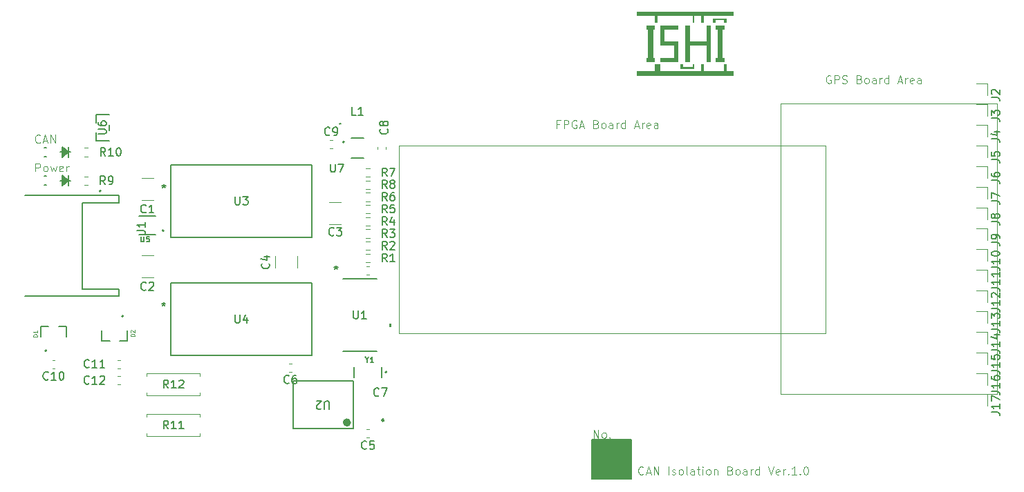
<source format=gto>
%TF.GenerationSoftware,KiCad,Pcbnew,9.0.4*%
%TF.CreationDate,2025-09-18T02:49:40+09:00*%
%TF.ProjectId,CAN_Isolation,43414e5f-4973-46f6-9c61-74696f6e2e6b,Ver.1.0*%
%TF.SameCoordinates,Original*%
%TF.FileFunction,Legend,Top*%
%TF.FilePolarity,Positive*%
%FSLAX46Y46*%
G04 Gerber Fmt 4.6, Leading zero omitted, Abs format (unit mm)*
G04 Created by KiCad (PCBNEW 9.0.4) date 2025-09-18 02:49:40*
%MOMM*%
%LPD*%
G01*
G04 APERTURE LIST*
%ADD10C,0.100000*%
%ADD11C,0.150000*%
%ADD12C,0.120000*%
%ADD13C,0.500000*%
%ADD14C,0.250000*%
%ADD15C,0.000000*%
%ADD16C,0.127000*%
%ADD17C,0.200000*%
%ADD18C,0.152400*%
G04 APERTURE END LIST*
D10*
X181157095Y-79794905D02*
X207657095Y-79794905D01*
X207657095Y-115494905D01*
X181157095Y-115494905D01*
X181157095Y-79794905D01*
X134500000Y-85000000D02*
X186657095Y-85000000D01*
X186657095Y-108000000D01*
X134500000Y-108000000D01*
X134500000Y-85000000D01*
X187327693Y-76420038D02*
X187232455Y-76372419D01*
X187232455Y-76372419D02*
X187089598Y-76372419D01*
X187089598Y-76372419D02*
X186946741Y-76420038D01*
X186946741Y-76420038D02*
X186851503Y-76515276D01*
X186851503Y-76515276D02*
X186803884Y-76610514D01*
X186803884Y-76610514D02*
X186756265Y-76800990D01*
X186756265Y-76800990D02*
X186756265Y-76943847D01*
X186756265Y-76943847D02*
X186803884Y-77134323D01*
X186803884Y-77134323D02*
X186851503Y-77229561D01*
X186851503Y-77229561D02*
X186946741Y-77324800D01*
X186946741Y-77324800D02*
X187089598Y-77372419D01*
X187089598Y-77372419D02*
X187184836Y-77372419D01*
X187184836Y-77372419D02*
X187327693Y-77324800D01*
X187327693Y-77324800D02*
X187375312Y-77277180D01*
X187375312Y-77277180D02*
X187375312Y-76943847D01*
X187375312Y-76943847D02*
X187184836Y-76943847D01*
X187803884Y-77372419D02*
X187803884Y-76372419D01*
X187803884Y-76372419D02*
X188184836Y-76372419D01*
X188184836Y-76372419D02*
X188280074Y-76420038D01*
X188280074Y-76420038D02*
X188327693Y-76467657D01*
X188327693Y-76467657D02*
X188375312Y-76562895D01*
X188375312Y-76562895D02*
X188375312Y-76705752D01*
X188375312Y-76705752D02*
X188327693Y-76800990D01*
X188327693Y-76800990D02*
X188280074Y-76848609D01*
X188280074Y-76848609D02*
X188184836Y-76896228D01*
X188184836Y-76896228D02*
X187803884Y-76896228D01*
X188756265Y-77324800D02*
X188899122Y-77372419D01*
X188899122Y-77372419D02*
X189137217Y-77372419D01*
X189137217Y-77372419D02*
X189232455Y-77324800D01*
X189232455Y-77324800D02*
X189280074Y-77277180D01*
X189280074Y-77277180D02*
X189327693Y-77181942D01*
X189327693Y-77181942D02*
X189327693Y-77086704D01*
X189327693Y-77086704D02*
X189280074Y-76991466D01*
X189280074Y-76991466D02*
X189232455Y-76943847D01*
X189232455Y-76943847D02*
X189137217Y-76896228D01*
X189137217Y-76896228D02*
X188946741Y-76848609D01*
X188946741Y-76848609D02*
X188851503Y-76800990D01*
X188851503Y-76800990D02*
X188803884Y-76753371D01*
X188803884Y-76753371D02*
X188756265Y-76658133D01*
X188756265Y-76658133D02*
X188756265Y-76562895D01*
X188756265Y-76562895D02*
X188803884Y-76467657D01*
X188803884Y-76467657D02*
X188851503Y-76420038D01*
X188851503Y-76420038D02*
X188946741Y-76372419D01*
X188946741Y-76372419D02*
X189184836Y-76372419D01*
X189184836Y-76372419D02*
X189327693Y-76420038D01*
X190851503Y-76848609D02*
X190994360Y-76896228D01*
X190994360Y-76896228D02*
X191041979Y-76943847D01*
X191041979Y-76943847D02*
X191089598Y-77039085D01*
X191089598Y-77039085D02*
X191089598Y-77181942D01*
X191089598Y-77181942D02*
X191041979Y-77277180D01*
X191041979Y-77277180D02*
X190994360Y-77324800D01*
X190994360Y-77324800D02*
X190899122Y-77372419D01*
X190899122Y-77372419D02*
X190518170Y-77372419D01*
X190518170Y-77372419D02*
X190518170Y-76372419D01*
X190518170Y-76372419D02*
X190851503Y-76372419D01*
X190851503Y-76372419D02*
X190946741Y-76420038D01*
X190946741Y-76420038D02*
X190994360Y-76467657D01*
X190994360Y-76467657D02*
X191041979Y-76562895D01*
X191041979Y-76562895D02*
X191041979Y-76658133D01*
X191041979Y-76658133D02*
X190994360Y-76753371D01*
X190994360Y-76753371D02*
X190946741Y-76800990D01*
X190946741Y-76800990D02*
X190851503Y-76848609D01*
X190851503Y-76848609D02*
X190518170Y-76848609D01*
X191661027Y-77372419D02*
X191565789Y-77324800D01*
X191565789Y-77324800D02*
X191518170Y-77277180D01*
X191518170Y-77277180D02*
X191470551Y-77181942D01*
X191470551Y-77181942D02*
X191470551Y-76896228D01*
X191470551Y-76896228D02*
X191518170Y-76800990D01*
X191518170Y-76800990D02*
X191565789Y-76753371D01*
X191565789Y-76753371D02*
X191661027Y-76705752D01*
X191661027Y-76705752D02*
X191803884Y-76705752D01*
X191803884Y-76705752D02*
X191899122Y-76753371D01*
X191899122Y-76753371D02*
X191946741Y-76800990D01*
X191946741Y-76800990D02*
X191994360Y-76896228D01*
X191994360Y-76896228D02*
X191994360Y-77181942D01*
X191994360Y-77181942D02*
X191946741Y-77277180D01*
X191946741Y-77277180D02*
X191899122Y-77324800D01*
X191899122Y-77324800D02*
X191803884Y-77372419D01*
X191803884Y-77372419D02*
X191661027Y-77372419D01*
X192851503Y-77372419D02*
X192851503Y-76848609D01*
X192851503Y-76848609D02*
X192803884Y-76753371D01*
X192803884Y-76753371D02*
X192708646Y-76705752D01*
X192708646Y-76705752D02*
X192518170Y-76705752D01*
X192518170Y-76705752D02*
X192422932Y-76753371D01*
X192851503Y-77324800D02*
X192756265Y-77372419D01*
X192756265Y-77372419D02*
X192518170Y-77372419D01*
X192518170Y-77372419D02*
X192422932Y-77324800D01*
X192422932Y-77324800D02*
X192375313Y-77229561D01*
X192375313Y-77229561D02*
X192375313Y-77134323D01*
X192375313Y-77134323D02*
X192422932Y-77039085D01*
X192422932Y-77039085D02*
X192518170Y-76991466D01*
X192518170Y-76991466D02*
X192756265Y-76991466D01*
X192756265Y-76991466D02*
X192851503Y-76943847D01*
X193327694Y-77372419D02*
X193327694Y-76705752D01*
X193327694Y-76896228D02*
X193375313Y-76800990D01*
X193375313Y-76800990D02*
X193422932Y-76753371D01*
X193422932Y-76753371D02*
X193518170Y-76705752D01*
X193518170Y-76705752D02*
X193613408Y-76705752D01*
X194375313Y-77372419D02*
X194375313Y-76372419D01*
X194375313Y-77324800D02*
X194280075Y-77372419D01*
X194280075Y-77372419D02*
X194089599Y-77372419D01*
X194089599Y-77372419D02*
X193994361Y-77324800D01*
X193994361Y-77324800D02*
X193946742Y-77277180D01*
X193946742Y-77277180D02*
X193899123Y-77181942D01*
X193899123Y-77181942D02*
X193899123Y-76896228D01*
X193899123Y-76896228D02*
X193946742Y-76800990D01*
X193946742Y-76800990D02*
X193994361Y-76753371D01*
X193994361Y-76753371D02*
X194089599Y-76705752D01*
X194089599Y-76705752D02*
X194280075Y-76705752D01*
X194280075Y-76705752D02*
X194375313Y-76753371D01*
X195565790Y-77086704D02*
X196041980Y-77086704D01*
X195470552Y-77372419D02*
X195803885Y-76372419D01*
X195803885Y-76372419D02*
X196137218Y-77372419D01*
X196470552Y-77372419D02*
X196470552Y-76705752D01*
X196470552Y-76896228D02*
X196518171Y-76800990D01*
X196518171Y-76800990D02*
X196565790Y-76753371D01*
X196565790Y-76753371D02*
X196661028Y-76705752D01*
X196661028Y-76705752D02*
X196756266Y-76705752D01*
X197470552Y-77324800D02*
X197375314Y-77372419D01*
X197375314Y-77372419D02*
X197184838Y-77372419D01*
X197184838Y-77372419D02*
X197089600Y-77324800D01*
X197089600Y-77324800D02*
X197041981Y-77229561D01*
X197041981Y-77229561D02*
X197041981Y-76848609D01*
X197041981Y-76848609D02*
X197089600Y-76753371D01*
X197089600Y-76753371D02*
X197184838Y-76705752D01*
X197184838Y-76705752D02*
X197375314Y-76705752D01*
X197375314Y-76705752D02*
X197470552Y-76753371D01*
X197470552Y-76753371D02*
X197518171Y-76848609D01*
X197518171Y-76848609D02*
X197518171Y-76943847D01*
X197518171Y-76943847D02*
X197041981Y-77039085D01*
X198375314Y-77372419D02*
X198375314Y-76848609D01*
X198375314Y-76848609D02*
X198327695Y-76753371D01*
X198327695Y-76753371D02*
X198232457Y-76705752D01*
X198232457Y-76705752D02*
X198041981Y-76705752D01*
X198041981Y-76705752D02*
X197946743Y-76753371D01*
X198375314Y-77324800D02*
X198280076Y-77372419D01*
X198280076Y-77372419D02*
X198041981Y-77372419D01*
X198041981Y-77372419D02*
X197946743Y-77324800D01*
X197946743Y-77324800D02*
X197899124Y-77229561D01*
X197899124Y-77229561D02*
X197899124Y-77134323D01*
X197899124Y-77134323D02*
X197946743Y-77039085D01*
X197946743Y-77039085D02*
X198041981Y-76991466D01*
X198041981Y-76991466D02*
X198280076Y-76991466D01*
X198280076Y-76991466D02*
X198375314Y-76943847D01*
X158303884Y-120872419D02*
X158303884Y-119872419D01*
X158303884Y-119872419D02*
X158875312Y-120872419D01*
X158875312Y-120872419D02*
X158875312Y-119872419D01*
X159494360Y-120872419D02*
X159399122Y-120824800D01*
X159399122Y-120824800D02*
X159351503Y-120777180D01*
X159351503Y-120777180D02*
X159303884Y-120681942D01*
X159303884Y-120681942D02*
X159303884Y-120396228D01*
X159303884Y-120396228D02*
X159351503Y-120300990D01*
X159351503Y-120300990D02*
X159399122Y-120253371D01*
X159399122Y-120253371D02*
X159494360Y-120205752D01*
X159494360Y-120205752D02*
X159637217Y-120205752D01*
X159637217Y-120205752D02*
X159732455Y-120253371D01*
X159732455Y-120253371D02*
X159780074Y-120300990D01*
X159780074Y-120300990D02*
X159827693Y-120396228D01*
X159827693Y-120396228D02*
X159827693Y-120681942D01*
X159827693Y-120681942D02*
X159780074Y-120777180D01*
X159780074Y-120777180D02*
X159732455Y-120824800D01*
X159732455Y-120824800D02*
X159637217Y-120872419D01*
X159637217Y-120872419D02*
X159494360Y-120872419D01*
X160256265Y-120777180D02*
X160303884Y-120824800D01*
X160303884Y-120824800D02*
X160256265Y-120872419D01*
X160256265Y-120872419D02*
X160208646Y-120824800D01*
X160208646Y-120824800D02*
X160256265Y-120777180D01*
X160256265Y-120777180D02*
X160256265Y-120872419D01*
X164375312Y-125277180D02*
X164327693Y-125324800D01*
X164327693Y-125324800D02*
X164184836Y-125372419D01*
X164184836Y-125372419D02*
X164089598Y-125372419D01*
X164089598Y-125372419D02*
X163946741Y-125324800D01*
X163946741Y-125324800D02*
X163851503Y-125229561D01*
X163851503Y-125229561D02*
X163803884Y-125134323D01*
X163803884Y-125134323D02*
X163756265Y-124943847D01*
X163756265Y-124943847D02*
X163756265Y-124800990D01*
X163756265Y-124800990D02*
X163803884Y-124610514D01*
X163803884Y-124610514D02*
X163851503Y-124515276D01*
X163851503Y-124515276D02*
X163946741Y-124420038D01*
X163946741Y-124420038D02*
X164089598Y-124372419D01*
X164089598Y-124372419D02*
X164184836Y-124372419D01*
X164184836Y-124372419D02*
X164327693Y-124420038D01*
X164327693Y-124420038D02*
X164375312Y-124467657D01*
X164756265Y-125086704D02*
X165232455Y-125086704D01*
X164661027Y-125372419D02*
X164994360Y-124372419D01*
X164994360Y-124372419D02*
X165327693Y-125372419D01*
X165661027Y-125372419D02*
X165661027Y-124372419D01*
X165661027Y-124372419D02*
X166232455Y-125372419D01*
X166232455Y-125372419D02*
X166232455Y-124372419D01*
X167470551Y-125372419D02*
X167470551Y-124372419D01*
X167899122Y-125324800D02*
X167994360Y-125372419D01*
X167994360Y-125372419D02*
X168184836Y-125372419D01*
X168184836Y-125372419D02*
X168280074Y-125324800D01*
X168280074Y-125324800D02*
X168327693Y-125229561D01*
X168327693Y-125229561D02*
X168327693Y-125181942D01*
X168327693Y-125181942D02*
X168280074Y-125086704D01*
X168280074Y-125086704D02*
X168184836Y-125039085D01*
X168184836Y-125039085D02*
X168041979Y-125039085D01*
X168041979Y-125039085D02*
X167946741Y-124991466D01*
X167946741Y-124991466D02*
X167899122Y-124896228D01*
X167899122Y-124896228D02*
X167899122Y-124848609D01*
X167899122Y-124848609D02*
X167946741Y-124753371D01*
X167946741Y-124753371D02*
X168041979Y-124705752D01*
X168041979Y-124705752D02*
X168184836Y-124705752D01*
X168184836Y-124705752D02*
X168280074Y-124753371D01*
X168899122Y-125372419D02*
X168803884Y-125324800D01*
X168803884Y-125324800D02*
X168756265Y-125277180D01*
X168756265Y-125277180D02*
X168708646Y-125181942D01*
X168708646Y-125181942D02*
X168708646Y-124896228D01*
X168708646Y-124896228D02*
X168756265Y-124800990D01*
X168756265Y-124800990D02*
X168803884Y-124753371D01*
X168803884Y-124753371D02*
X168899122Y-124705752D01*
X168899122Y-124705752D02*
X169041979Y-124705752D01*
X169041979Y-124705752D02*
X169137217Y-124753371D01*
X169137217Y-124753371D02*
X169184836Y-124800990D01*
X169184836Y-124800990D02*
X169232455Y-124896228D01*
X169232455Y-124896228D02*
X169232455Y-125181942D01*
X169232455Y-125181942D02*
X169184836Y-125277180D01*
X169184836Y-125277180D02*
X169137217Y-125324800D01*
X169137217Y-125324800D02*
X169041979Y-125372419D01*
X169041979Y-125372419D02*
X168899122Y-125372419D01*
X169803884Y-125372419D02*
X169708646Y-125324800D01*
X169708646Y-125324800D02*
X169661027Y-125229561D01*
X169661027Y-125229561D02*
X169661027Y-124372419D01*
X170613408Y-125372419D02*
X170613408Y-124848609D01*
X170613408Y-124848609D02*
X170565789Y-124753371D01*
X170565789Y-124753371D02*
X170470551Y-124705752D01*
X170470551Y-124705752D02*
X170280075Y-124705752D01*
X170280075Y-124705752D02*
X170184837Y-124753371D01*
X170613408Y-125324800D02*
X170518170Y-125372419D01*
X170518170Y-125372419D02*
X170280075Y-125372419D01*
X170280075Y-125372419D02*
X170184837Y-125324800D01*
X170184837Y-125324800D02*
X170137218Y-125229561D01*
X170137218Y-125229561D02*
X170137218Y-125134323D01*
X170137218Y-125134323D02*
X170184837Y-125039085D01*
X170184837Y-125039085D02*
X170280075Y-124991466D01*
X170280075Y-124991466D02*
X170518170Y-124991466D01*
X170518170Y-124991466D02*
X170613408Y-124943847D01*
X170946742Y-124705752D02*
X171327694Y-124705752D01*
X171089599Y-124372419D02*
X171089599Y-125229561D01*
X171089599Y-125229561D02*
X171137218Y-125324800D01*
X171137218Y-125324800D02*
X171232456Y-125372419D01*
X171232456Y-125372419D02*
X171327694Y-125372419D01*
X171661028Y-125372419D02*
X171661028Y-124705752D01*
X171661028Y-124372419D02*
X171613409Y-124420038D01*
X171613409Y-124420038D02*
X171661028Y-124467657D01*
X171661028Y-124467657D02*
X171708647Y-124420038D01*
X171708647Y-124420038D02*
X171661028Y-124372419D01*
X171661028Y-124372419D02*
X171661028Y-124467657D01*
X172280075Y-125372419D02*
X172184837Y-125324800D01*
X172184837Y-125324800D02*
X172137218Y-125277180D01*
X172137218Y-125277180D02*
X172089599Y-125181942D01*
X172089599Y-125181942D02*
X172089599Y-124896228D01*
X172089599Y-124896228D02*
X172137218Y-124800990D01*
X172137218Y-124800990D02*
X172184837Y-124753371D01*
X172184837Y-124753371D02*
X172280075Y-124705752D01*
X172280075Y-124705752D02*
X172422932Y-124705752D01*
X172422932Y-124705752D02*
X172518170Y-124753371D01*
X172518170Y-124753371D02*
X172565789Y-124800990D01*
X172565789Y-124800990D02*
X172613408Y-124896228D01*
X172613408Y-124896228D02*
X172613408Y-125181942D01*
X172613408Y-125181942D02*
X172565789Y-125277180D01*
X172565789Y-125277180D02*
X172518170Y-125324800D01*
X172518170Y-125324800D02*
X172422932Y-125372419D01*
X172422932Y-125372419D02*
X172280075Y-125372419D01*
X173041980Y-124705752D02*
X173041980Y-125372419D01*
X173041980Y-124800990D02*
X173089599Y-124753371D01*
X173089599Y-124753371D02*
X173184837Y-124705752D01*
X173184837Y-124705752D02*
X173327694Y-124705752D01*
X173327694Y-124705752D02*
X173422932Y-124753371D01*
X173422932Y-124753371D02*
X173470551Y-124848609D01*
X173470551Y-124848609D02*
X173470551Y-125372419D01*
X175041980Y-124848609D02*
X175184837Y-124896228D01*
X175184837Y-124896228D02*
X175232456Y-124943847D01*
X175232456Y-124943847D02*
X175280075Y-125039085D01*
X175280075Y-125039085D02*
X175280075Y-125181942D01*
X175280075Y-125181942D02*
X175232456Y-125277180D01*
X175232456Y-125277180D02*
X175184837Y-125324800D01*
X175184837Y-125324800D02*
X175089599Y-125372419D01*
X175089599Y-125372419D02*
X174708647Y-125372419D01*
X174708647Y-125372419D02*
X174708647Y-124372419D01*
X174708647Y-124372419D02*
X175041980Y-124372419D01*
X175041980Y-124372419D02*
X175137218Y-124420038D01*
X175137218Y-124420038D02*
X175184837Y-124467657D01*
X175184837Y-124467657D02*
X175232456Y-124562895D01*
X175232456Y-124562895D02*
X175232456Y-124658133D01*
X175232456Y-124658133D02*
X175184837Y-124753371D01*
X175184837Y-124753371D02*
X175137218Y-124800990D01*
X175137218Y-124800990D02*
X175041980Y-124848609D01*
X175041980Y-124848609D02*
X174708647Y-124848609D01*
X175851504Y-125372419D02*
X175756266Y-125324800D01*
X175756266Y-125324800D02*
X175708647Y-125277180D01*
X175708647Y-125277180D02*
X175661028Y-125181942D01*
X175661028Y-125181942D02*
X175661028Y-124896228D01*
X175661028Y-124896228D02*
X175708647Y-124800990D01*
X175708647Y-124800990D02*
X175756266Y-124753371D01*
X175756266Y-124753371D02*
X175851504Y-124705752D01*
X175851504Y-124705752D02*
X175994361Y-124705752D01*
X175994361Y-124705752D02*
X176089599Y-124753371D01*
X176089599Y-124753371D02*
X176137218Y-124800990D01*
X176137218Y-124800990D02*
X176184837Y-124896228D01*
X176184837Y-124896228D02*
X176184837Y-125181942D01*
X176184837Y-125181942D02*
X176137218Y-125277180D01*
X176137218Y-125277180D02*
X176089599Y-125324800D01*
X176089599Y-125324800D02*
X175994361Y-125372419D01*
X175994361Y-125372419D02*
X175851504Y-125372419D01*
X177041980Y-125372419D02*
X177041980Y-124848609D01*
X177041980Y-124848609D02*
X176994361Y-124753371D01*
X176994361Y-124753371D02*
X176899123Y-124705752D01*
X176899123Y-124705752D02*
X176708647Y-124705752D01*
X176708647Y-124705752D02*
X176613409Y-124753371D01*
X177041980Y-125324800D02*
X176946742Y-125372419D01*
X176946742Y-125372419D02*
X176708647Y-125372419D01*
X176708647Y-125372419D02*
X176613409Y-125324800D01*
X176613409Y-125324800D02*
X176565790Y-125229561D01*
X176565790Y-125229561D02*
X176565790Y-125134323D01*
X176565790Y-125134323D02*
X176613409Y-125039085D01*
X176613409Y-125039085D02*
X176708647Y-124991466D01*
X176708647Y-124991466D02*
X176946742Y-124991466D01*
X176946742Y-124991466D02*
X177041980Y-124943847D01*
X177518171Y-125372419D02*
X177518171Y-124705752D01*
X177518171Y-124896228D02*
X177565790Y-124800990D01*
X177565790Y-124800990D02*
X177613409Y-124753371D01*
X177613409Y-124753371D02*
X177708647Y-124705752D01*
X177708647Y-124705752D02*
X177803885Y-124705752D01*
X178565790Y-125372419D02*
X178565790Y-124372419D01*
X178565790Y-125324800D02*
X178470552Y-125372419D01*
X178470552Y-125372419D02*
X178280076Y-125372419D01*
X178280076Y-125372419D02*
X178184838Y-125324800D01*
X178184838Y-125324800D02*
X178137219Y-125277180D01*
X178137219Y-125277180D02*
X178089600Y-125181942D01*
X178089600Y-125181942D02*
X178089600Y-124896228D01*
X178089600Y-124896228D02*
X178137219Y-124800990D01*
X178137219Y-124800990D02*
X178184838Y-124753371D01*
X178184838Y-124753371D02*
X178280076Y-124705752D01*
X178280076Y-124705752D02*
X178470552Y-124705752D01*
X178470552Y-124705752D02*
X178565790Y-124753371D01*
X179661029Y-124372419D02*
X179994362Y-125372419D01*
X179994362Y-125372419D02*
X180327695Y-124372419D01*
X181041981Y-125324800D02*
X180946743Y-125372419D01*
X180946743Y-125372419D02*
X180756267Y-125372419D01*
X180756267Y-125372419D02*
X180661029Y-125324800D01*
X180661029Y-125324800D02*
X180613410Y-125229561D01*
X180613410Y-125229561D02*
X180613410Y-124848609D01*
X180613410Y-124848609D02*
X180661029Y-124753371D01*
X180661029Y-124753371D02*
X180756267Y-124705752D01*
X180756267Y-124705752D02*
X180946743Y-124705752D01*
X180946743Y-124705752D02*
X181041981Y-124753371D01*
X181041981Y-124753371D02*
X181089600Y-124848609D01*
X181089600Y-124848609D02*
X181089600Y-124943847D01*
X181089600Y-124943847D02*
X180613410Y-125039085D01*
X181518172Y-125372419D02*
X181518172Y-124705752D01*
X181518172Y-124896228D02*
X181565791Y-124800990D01*
X181565791Y-124800990D02*
X181613410Y-124753371D01*
X181613410Y-124753371D02*
X181708648Y-124705752D01*
X181708648Y-124705752D02*
X181803886Y-124705752D01*
X182137220Y-125277180D02*
X182184839Y-125324800D01*
X182184839Y-125324800D02*
X182137220Y-125372419D01*
X182137220Y-125372419D02*
X182089601Y-125324800D01*
X182089601Y-125324800D02*
X182137220Y-125277180D01*
X182137220Y-125277180D02*
X182137220Y-125372419D01*
X183137219Y-125372419D02*
X182565791Y-125372419D01*
X182851505Y-125372419D02*
X182851505Y-124372419D01*
X182851505Y-124372419D02*
X182756267Y-124515276D01*
X182756267Y-124515276D02*
X182661029Y-124610514D01*
X182661029Y-124610514D02*
X182565791Y-124658133D01*
X183565791Y-125277180D02*
X183613410Y-125324800D01*
X183613410Y-125324800D02*
X183565791Y-125372419D01*
X183565791Y-125372419D02*
X183518172Y-125324800D01*
X183518172Y-125324800D02*
X183565791Y-125277180D01*
X183565791Y-125277180D02*
X183565791Y-125372419D01*
X184232457Y-124372419D02*
X184327695Y-124372419D01*
X184327695Y-124372419D02*
X184422933Y-124420038D01*
X184422933Y-124420038D02*
X184470552Y-124467657D01*
X184470552Y-124467657D02*
X184518171Y-124562895D01*
X184518171Y-124562895D02*
X184565790Y-124753371D01*
X184565790Y-124753371D02*
X184565790Y-124991466D01*
X184565790Y-124991466D02*
X184518171Y-125181942D01*
X184518171Y-125181942D02*
X184470552Y-125277180D01*
X184470552Y-125277180D02*
X184422933Y-125324800D01*
X184422933Y-125324800D02*
X184327695Y-125372419D01*
X184327695Y-125372419D02*
X184232457Y-125372419D01*
X184232457Y-125372419D02*
X184137219Y-125324800D01*
X184137219Y-125324800D02*
X184089600Y-125277180D01*
X184089600Y-125277180D02*
X184041981Y-125181942D01*
X184041981Y-125181942D02*
X183994362Y-124991466D01*
X183994362Y-124991466D02*
X183994362Y-124753371D01*
X183994362Y-124753371D02*
X184041981Y-124562895D01*
X184041981Y-124562895D02*
X184089600Y-124467657D01*
X184089600Y-124467657D02*
X184137219Y-124420038D01*
X184137219Y-124420038D02*
X184232457Y-124372419D01*
X90532407Y-84572085D02*
X90484788Y-84619705D01*
X90484788Y-84619705D02*
X90341931Y-84667324D01*
X90341931Y-84667324D02*
X90246693Y-84667324D01*
X90246693Y-84667324D02*
X90103836Y-84619705D01*
X90103836Y-84619705D02*
X90008598Y-84524466D01*
X90008598Y-84524466D02*
X89960979Y-84429228D01*
X89960979Y-84429228D02*
X89913360Y-84238752D01*
X89913360Y-84238752D02*
X89913360Y-84095895D01*
X89913360Y-84095895D02*
X89960979Y-83905419D01*
X89960979Y-83905419D02*
X90008598Y-83810181D01*
X90008598Y-83810181D02*
X90103836Y-83714943D01*
X90103836Y-83714943D02*
X90246693Y-83667324D01*
X90246693Y-83667324D02*
X90341931Y-83667324D01*
X90341931Y-83667324D02*
X90484788Y-83714943D01*
X90484788Y-83714943D02*
X90532407Y-83762562D01*
X90913360Y-84381609D02*
X91389550Y-84381609D01*
X90818122Y-84667324D02*
X91151455Y-83667324D01*
X91151455Y-83667324D02*
X91484788Y-84667324D01*
X91818122Y-84667324D02*
X91818122Y-83667324D01*
X91818122Y-83667324D02*
X92389550Y-84667324D01*
X92389550Y-84667324D02*
X92389550Y-83667324D01*
X89960979Y-88167324D02*
X89960979Y-87167324D01*
X89960979Y-87167324D02*
X90341931Y-87167324D01*
X90341931Y-87167324D02*
X90437169Y-87214943D01*
X90437169Y-87214943D02*
X90484788Y-87262562D01*
X90484788Y-87262562D02*
X90532407Y-87357800D01*
X90532407Y-87357800D02*
X90532407Y-87500657D01*
X90532407Y-87500657D02*
X90484788Y-87595895D01*
X90484788Y-87595895D02*
X90437169Y-87643514D01*
X90437169Y-87643514D02*
X90341931Y-87691133D01*
X90341931Y-87691133D02*
X89960979Y-87691133D01*
X91103836Y-88167324D02*
X91008598Y-88119705D01*
X91008598Y-88119705D02*
X90960979Y-88072085D01*
X90960979Y-88072085D02*
X90913360Y-87976847D01*
X90913360Y-87976847D02*
X90913360Y-87691133D01*
X90913360Y-87691133D02*
X90960979Y-87595895D01*
X90960979Y-87595895D02*
X91008598Y-87548276D01*
X91008598Y-87548276D02*
X91103836Y-87500657D01*
X91103836Y-87500657D02*
X91246693Y-87500657D01*
X91246693Y-87500657D02*
X91341931Y-87548276D01*
X91341931Y-87548276D02*
X91389550Y-87595895D01*
X91389550Y-87595895D02*
X91437169Y-87691133D01*
X91437169Y-87691133D02*
X91437169Y-87976847D01*
X91437169Y-87976847D02*
X91389550Y-88072085D01*
X91389550Y-88072085D02*
X91341931Y-88119705D01*
X91341931Y-88119705D02*
X91246693Y-88167324D01*
X91246693Y-88167324D02*
X91103836Y-88167324D01*
X91770503Y-87500657D02*
X91960979Y-88167324D01*
X91960979Y-88167324D02*
X92151455Y-87691133D01*
X92151455Y-87691133D02*
X92341931Y-88167324D01*
X92341931Y-88167324D02*
X92532407Y-87500657D01*
X93294312Y-88119705D02*
X93199074Y-88167324D01*
X93199074Y-88167324D02*
X93008598Y-88167324D01*
X93008598Y-88167324D02*
X92913360Y-88119705D01*
X92913360Y-88119705D02*
X92865741Y-88024466D01*
X92865741Y-88024466D02*
X92865741Y-87643514D01*
X92865741Y-87643514D02*
X92913360Y-87548276D01*
X92913360Y-87548276D02*
X93008598Y-87500657D01*
X93008598Y-87500657D02*
X93199074Y-87500657D01*
X93199074Y-87500657D02*
X93294312Y-87548276D01*
X93294312Y-87548276D02*
X93341931Y-87643514D01*
X93341931Y-87643514D02*
X93341931Y-87738752D01*
X93341931Y-87738752D02*
X92865741Y-87833990D01*
X93770503Y-88167324D02*
X93770503Y-87500657D01*
X93770503Y-87691133D02*
X93818122Y-87595895D01*
X93818122Y-87595895D02*
X93865741Y-87548276D01*
X93865741Y-87548276D02*
X93960979Y-87500657D01*
X93960979Y-87500657D02*
X94056217Y-87500657D01*
X154137217Y-82348609D02*
X153803884Y-82348609D01*
X153803884Y-82872419D02*
X153803884Y-81872419D01*
X153803884Y-81872419D02*
X154280074Y-81872419D01*
X154661027Y-82872419D02*
X154661027Y-81872419D01*
X154661027Y-81872419D02*
X155041979Y-81872419D01*
X155041979Y-81872419D02*
X155137217Y-81920038D01*
X155137217Y-81920038D02*
X155184836Y-81967657D01*
X155184836Y-81967657D02*
X155232455Y-82062895D01*
X155232455Y-82062895D02*
X155232455Y-82205752D01*
X155232455Y-82205752D02*
X155184836Y-82300990D01*
X155184836Y-82300990D02*
X155137217Y-82348609D01*
X155137217Y-82348609D02*
X155041979Y-82396228D01*
X155041979Y-82396228D02*
X154661027Y-82396228D01*
X156184836Y-81920038D02*
X156089598Y-81872419D01*
X156089598Y-81872419D02*
X155946741Y-81872419D01*
X155946741Y-81872419D02*
X155803884Y-81920038D01*
X155803884Y-81920038D02*
X155708646Y-82015276D01*
X155708646Y-82015276D02*
X155661027Y-82110514D01*
X155661027Y-82110514D02*
X155613408Y-82300990D01*
X155613408Y-82300990D02*
X155613408Y-82443847D01*
X155613408Y-82443847D02*
X155661027Y-82634323D01*
X155661027Y-82634323D02*
X155708646Y-82729561D01*
X155708646Y-82729561D02*
X155803884Y-82824800D01*
X155803884Y-82824800D02*
X155946741Y-82872419D01*
X155946741Y-82872419D02*
X156041979Y-82872419D01*
X156041979Y-82872419D02*
X156184836Y-82824800D01*
X156184836Y-82824800D02*
X156232455Y-82777180D01*
X156232455Y-82777180D02*
X156232455Y-82443847D01*
X156232455Y-82443847D02*
X156041979Y-82443847D01*
X156613408Y-82586704D02*
X157089598Y-82586704D01*
X156518170Y-82872419D02*
X156851503Y-81872419D01*
X156851503Y-81872419D02*
X157184836Y-82872419D01*
X158613408Y-82348609D02*
X158756265Y-82396228D01*
X158756265Y-82396228D02*
X158803884Y-82443847D01*
X158803884Y-82443847D02*
X158851503Y-82539085D01*
X158851503Y-82539085D02*
X158851503Y-82681942D01*
X158851503Y-82681942D02*
X158803884Y-82777180D01*
X158803884Y-82777180D02*
X158756265Y-82824800D01*
X158756265Y-82824800D02*
X158661027Y-82872419D01*
X158661027Y-82872419D02*
X158280075Y-82872419D01*
X158280075Y-82872419D02*
X158280075Y-81872419D01*
X158280075Y-81872419D02*
X158613408Y-81872419D01*
X158613408Y-81872419D02*
X158708646Y-81920038D01*
X158708646Y-81920038D02*
X158756265Y-81967657D01*
X158756265Y-81967657D02*
X158803884Y-82062895D01*
X158803884Y-82062895D02*
X158803884Y-82158133D01*
X158803884Y-82158133D02*
X158756265Y-82253371D01*
X158756265Y-82253371D02*
X158708646Y-82300990D01*
X158708646Y-82300990D02*
X158613408Y-82348609D01*
X158613408Y-82348609D02*
X158280075Y-82348609D01*
X159422932Y-82872419D02*
X159327694Y-82824800D01*
X159327694Y-82824800D02*
X159280075Y-82777180D01*
X159280075Y-82777180D02*
X159232456Y-82681942D01*
X159232456Y-82681942D02*
X159232456Y-82396228D01*
X159232456Y-82396228D02*
X159280075Y-82300990D01*
X159280075Y-82300990D02*
X159327694Y-82253371D01*
X159327694Y-82253371D02*
X159422932Y-82205752D01*
X159422932Y-82205752D02*
X159565789Y-82205752D01*
X159565789Y-82205752D02*
X159661027Y-82253371D01*
X159661027Y-82253371D02*
X159708646Y-82300990D01*
X159708646Y-82300990D02*
X159756265Y-82396228D01*
X159756265Y-82396228D02*
X159756265Y-82681942D01*
X159756265Y-82681942D02*
X159708646Y-82777180D01*
X159708646Y-82777180D02*
X159661027Y-82824800D01*
X159661027Y-82824800D02*
X159565789Y-82872419D01*
X159565789Y-82872419D02*
X159422932Y-82872419D01*
X160613408Y-82872419D02*
X160613408Y-82348609D01*
X160613408Y-82348609D02*
X160565789Y-82253371D01*
X160565789Y-82253371D02*
X160470551Y-82205752D01*
X160470551Y-82205752D02*
X160280075Y-82205752D01*
X160280075Y-82205752D02*
X160184837Y-82253371D01*
X160613408Y-82824800D02*
X160518170Y-82872419D01*
X160518170Y-82872419D02*
X160280075Y-82872419D01*
X160280075Y-82872419D02*
X160184837Y-82824800D01*
X160184837Y-82824800D02*
X160137218Y-82729561D01*
X160137218Y-82729561D02*
X160137218Y-82634323D01*
X160137218Y-82634323D02*
X160184837Y-82539085D01*
X160184837Y-82539085D02*
X160280075Y-82491466D01*
X160280075Y-82491466D02*
X160518170Y-82491466D01*
X160518170Y-82491466D02*
X160613408Y-82443847D01*
X161089599Y-82872419D02*
X161089599Y-82205752D01*
X161089599Y-82396228D02*
X161137218Y-82300990D01*
X161137218Y-82300990D02*
X161184837Y-82253371D01*
X161184837Y-82253371D02*
X161280075Y-82205752D01*
X161280075Y-82205752D02*
X161375313Y-82205752D01*
X162137218Y-82872419D02*
X162137218Y-81872419D01*
X162137218Y-82824800D02*
X162041980Y-82872419D01*
X162041980Y-82872419D02*
X161851504Y-82872419D01*
X161851504Y-82872419D02*
X161756266Y-82824800D01*
X161756266Y-82824800D02*
X161708647Y-82777180D01*
X161708647Y-82777180D02*
X161661028Y-82681942D01*
X161661028Y-82681942D02*
X161661028Y-82396228D01*
X161661028Y-82396228D02*
X161708647Y-82300990D01*
X161708647Y-82300990D02*
X161756266Y-82253371D01*
X161756266Y-82253371D02*
X161851504Y-82205752D01*
X161851504Y-82205752D02*
X162041980Y-82205752D01*
X162041980Y-82205752D02*
X162137218Y-82253371D01*
X163327695Y-82586704D02*
X163803885Y-82586704D01*
X163232457Y-82872419D02*
X163565790Y-81872419D01*
X163565790Y-81872419D02*
X163899123Y-82872419D01*
X164232457Y-82872419D02*
X164232457Y-82205752D01*
X164232457Y-82396228D02*
X164280076Y-82300990D01*
X164280076Y-82300990D02*
X164327695Y-82253371D01*
X164327695Y-82253371D02*
X164422933Y-82205752D01*
X164422933Y-82205752D02*
X164518171Y-82205752D01*
X165232457Y-82824800D02*
X165137219Y-82872419D01*
X165137219Y-82872419D02*
X164946743Y-82872419D01*
X164946743Y-82872419D02*
X164851505Y-82824800D01*
X164851505Y-82824800D02*
X164803886Y-82729561D01*
X164803886Y-82729561D02*
X164803886Y-82348609D01*
X164803886Y-82348609D02*
X164851505Y-82253371D01*
X164851505Y-82253371D02*
X164946743Y-82205752D01*
X164946743Y-82205752D02*
X165137219Y-82205752D01*
X165137219Y-82205752D02*
X165232457Y-82253371D01*
X165232457Y-82253371D02*
X165280076Y-82348609D01*
X165280076Y-82348609D02*
X165280076Y-82443847D01*
X165280076Y-82443847D02*
X164803886Y-82539085D01*
X166137219Y-82872419D02*
X166137219Y-82348609D01*
X166137219Y-82348609D02*
X166089600Y-82253371D01*
X166089600Y-82253371D02*
X165994362Y-82205752D01*
X165994362Y-82205752D02*
X165803886Y-82205752D01*
X165803886Y-82205752D02*
X165708648Y-82253371D01*
X166137219Y-82824800D02*
X166041981Y-82872419D01*
X166041981Y-82872419D02*
X165803886Y-82872419D01*
X165803886Y-82872419D02*
X165708648Y-82824800D01*
X165708648Y-82824800D02*
X165661029Y-82729561D01*
X165661029Y-82729561D02*
X165661029Y-82634323D01*
X165661029Y-82634323D02*
X165708648Y-82539085D01*
X165708648Y-82539085D02*
X165803886Y-82491466D01*
X165803886Y-82491466D02*
X166041981Y-82491466D01*
X166041981Y-82491466D02*
X166137219Y-82443847D01*
D11*
X131990428Y-115654485D02*
X131942809Y-115702105D01*
X131942809Y-115702105D02*
X131799952Y-115749724D01*
X131799952Y-115749724D02*
X131704714Y-115749724D01*
X131704714Y-115749724D02*
X131561857Y-115702105D01*
X131561857Y-115702105D02*
X131466619Y-115606866D01*
X131466619Y-115606866D02*
X131419000Y-115511628D01*
X131419000Y-115511628D02*
X131371381Y-115321152D01*
X131371381Y-115321152D02*
X131371381Y-115178295D01*
X131371381Y-115178295D02*
X131419000Y-114987819D01*
X131419000Y-114987819D02*
X131466619Y-114892581D01*
X131466619Y-114892581D02*
X131561857Y-114797343D01*
X131561857Y-114797343D02*
X131704714Y-114749724D01*
X131704714Y-114749724D02*
X131799952Y-114749724D01*
X131799952Y-114749724D02*
X131942809Y-114797343D01*
X131942809Y-114797343D02*
X131990428Y-114844962D01*
X132323762Y-114749724D02*
X132990428Y-114749724D01*
X132990428Y-114749724D02*
X132561857Y-115749724D01*
X98490428Y-89749724D02*
X98157095Y-89273533D01*
X97919000Y-89749724D02*
X97919000Y-88749724D01*
X97919000Y-88749724D02*
X98299952Y-88749724D01*
X98299952Y-88749724D02*
X98395190Y-88797343D01*
X98395190Y-88797343D02*
X98442809Y-88844962D01*
X98442809Y-88844962D02*
X98490428Y-88940200D01*
X98490428Y-88940200D02*
X98490428Y-89083057D01*
X98490428Y-89083057D02*
X98442809Y-89178295D01*
X98442809Y-89178295D02*
X98395190Y-89225914D01*
X98395190Y-89225914D02*
X98299952Y-89273533D01*
X98299952Y-89273533D02*
X97919000Y-89273533D01*
X98966619Y-89749724D02*
X99157095Y-89749724D01*
X99157095Y-89749724D02*
X99252333Y-89702105D01*
X99252333Y-89702105D02*
X99299952Y-89654485D01*
X99299952Y-89654485D02*
X99395190Y-89511628D01*
X99395190Y-89511628D02*
X99442809Y-89321152D01*
X99442809Y-89321152D02*
X99442809Y-88940200D01*
X99442809Y-88940200D02*
X99395190Y-88844962D01*
X99395190Y-88844962D02*
X99347571Y-88797343D01*
X99347571Y-88797343D02*
X99252333Y-88749724D01*
X99252333Y-88749724D02*
X99061857Y-88749724D01*
X99061857Y-88749724D02*
X98966619Y-88797343D01*
X98966619Y-88797343D02*
X98919000Y-88844962D01*
X98919000Y-88844962D02*
X98871381Y-88940200D01*
X98871381Y-88940200D02*
X98871381Y-89178295D01*
X98871381Y-89178295D02*
X98919000Y-89273533D01*
X98919000Y-89273533D02*
X98966619Y-89321152D01*
X98966619Y-89321152D02*
X99061857Y-89368771D01*
X99061857Y-89368771D02*
X99252333Y-89368771D01*
X99252333Y-89368771D02*
X99347571Y-89321152D01*
X99347571Y-89321152D02*
X99395190Y-89273533D01*
X99395190Y-89273533D02*
X99442809Y-89178295D01*
X125918999Y-117340085D02*
X125918999Y-116530562D01*
X125918999Y-116530562D02*
X125871380Y-116435324D01*
X125871380Y-116435324D02*
X125823761Y-116387705D01*
X125823761Y-116387705D02*
X125728523Y-116340085D01*
X125728523Y-116340085D02*
X125538047Y-116340085D01*
X125538047Y-116340085D02*
X125442809Y-116387705D01*
X125442809Y-116387705D02*
X125395190Y-116435324D01*
X125395190Y-116435324D02*
X125347571Y-116530562D01*
X125347571Y-116530562D02*
X125347571Y-117340085D01*
X124918999Y-117244847D02*
X124871380Y-117292466D01*
X124871380Y-117292466D02*
X124776142Y-117340085D01*
X124776142Y-117340085D02*
X124538047Y-117340085D01*
X124538047Y-117340085D02*
X124442809Y-117292466D01*
X124442809Y-117292466D02*
X124395190Y-117244847D01*
X124395190Y-117244847D02*
X124347571Y-117149609D01*
X124347571Y-117149609D02*
X124347571Y-117054371D01*
X124347571Y-117054371D02*
X124395190Y-116911514D01*
X124395190Y-116911514D02*
X124966618Y-116340085D01*
X124966618Y-116340085D02*
X124347571Y-116340085D01*
X206991914Y-89268238D02*
X207706199Y-89268238D01*
X207706199Y-89268238D02*
X207849056Y-89315857D01*
X207849056Y-89315857D02*
X207944295Y-89411095D01*
X207944295Y-89411095D02*
X207991914Y-89553952D01*
X207991914Y-89553952D02*
X207991914Y-89649190D01*
X206991914Y-88363476D02*
X206991914Y-88553952D01*
X206991914Y-88553952D02*
X207039533Y-88649190D01*
X207039533Y-88649190D02*
X207087152Y-88696809D01*
X207087152Y-88696809D02*
X207230009Y-88792047D01*
X207230009Y-88792047D02*
X207420485Y-88839666D01*
X207420485Y-88839666D02*
X207801437Y-88839666D01*
X207801437Y-88839666D02*
X207896675Y-88792047D01*
X207896675Y-88792047D02*
X207944295Y-88744428D01*
X207944295Y-88744428D02*
X207991914Y-88649190D01*
X207991914Y-88649190D02*
X207991914Y-88458714D01*
X207991914Y-88458714D02*
X207944295Y-88363476D01*
X207944295Y-88363476D02*
X207896675Y-88315857D01*
X207896675Y-88315857D02*
X207801437Y-88268238D01*
X207801437Y-88268238D02*
X207563342Y-88268238D01*
X207563342Y-88268238D02*
X207468104Y-88315857D01*
X207468104Y-88315857D02*
X207420485Y-88363476D01*
X207420485Y-88363476D02*
X207372866Y-88458714D01*
X207372866Y-88458714D02*
X207372866Y-88649190D01*
X207372866Y-88649190D02*
X207420485Y-88744428D01*
X207420485Y-88744428D02*
X207468104Y-88792047D01*
X207468104Y-88792047D02*
X207563342Y-88839666D01*
X206991914Y-81648238D02*
X207706199Y-81648238D01*
X207706199Y-81648238D02*
X207849056Y-81695857D01*
X207849056Y-81695857D02*
X207944295Y-81791095D01*
X207944295Y-81791095D02*
X207991914Y-81933952D01*
X207991914Y-81933952D02*
X207991914Y-82029190D01*
X206991914Y-81267285D02*
X206991914Y-80648238D01*
X206991914Y-80648238D02*
X207372866Y-80981571D01*
X207372866Y-80981571D02*
X207372866Y-80838714D01*
X207372866Y-80838714D02*
X207420485Y-80743476D01*
X207420485Y-80743476D02*
X207468104Y-80695857D01*
X207468104Y-80695857D02*
X207563342Y-80648238D01*
X207563342Y-80648238D02*
X207801437Y-80648238D01*
X207801437Y-80648238D02*
X207896675Y-80695857D01*
X207896675Y-80695857D02*
X207944295Y-80743476D01*
X207944295Y-80743476D02*
X207991914Y-80838714D01*
X207991914Y-80838714D02*
X207991914Y-81124428D01*
X207991914Y-81124428D02*
X207944295Y-81219666D01*
X207944295Y-81219666D02*
X207896675Y-81267285D01*
X102406914Y-95433238D02*
X103121199Y-95433238D01*
X103121199Y-95433238D02*
X103264056Y-95480857D01*
X103264056Y-95480857D02*
X103359295Y-95576095D01*
X103359295Y-95576095D02*
X103406914Y-95718952D01*
X103406914Y-95718952D02*
X103406914Y-95814190D01*
X103406914Y-94433238D02*
X103406914Y-95004666D01*
X103406914Y-94718952D02*
X102406914Y-94718952D01*
X102406914Y-94718952D02*
X102549771Y-94814190D01*
X102549771Y-94814190D02*
X102645009Y-94909428D01*
X102645009Y-94909428D02*
X102692628Y-95004666D01*
X91514237Y-113654485D02*
X91466618Y-113702105D01*
X91466618Y-113702105D02*
X91323761Y-113749724D01*
X91323761Y-113749724D02*
X91228523Y-113749724D01*
X91228523Y-113749724D02*
X91085666Y-113702105D01*
X91085666Y-113702105D02*
X90990428Y-113606866D01*
X90990428Y-113606866D02*
X90942809Y-113511628D01*
X90942809Y-113511628D02*
X90895190Y-113321152D01*
X90895190Y-113321152D02*
X90895190Y-113178295D01*
X90895190Y-113178295D02*
X90942809Y-112987819D01*
X90942809Y-112987819D02*
X90990428Y-112892581D01*
X90990428Y-112892581D02*
X91085666Y-112797343D01*
X91085666Y-112797343D02*
X91228523Y-112749724D01*
X91228523Y-112749724D02*
X91323761Y-112749724D01*
X91323761Y-112749724D02*
X91466618Y-112797343D01*
X91466618Y-112797343D02*
X91514237Y-112844962D01*
X92466618Y-113749724D02*
X91895190Y-113749724D01*
X92180904Y-113749724D02*
X92180904Y-112749724D01*
X92180904Y-112749724D02*
X92085666Y-112892581D01*
X92085666Y-112892581D02*
X91990428Y-112987819D01*
X91990428Y-112987819D02*
X91895190Y-113035438D01*
X93085666Y-112749724D02*
X93180904Y-112749724D01*
X93180904Y-112749724D02*
X93276142Y-112797343D01*
X93276142Y-112797343D02*
X93323761Y-112844962D01*
X93323761Y-112844962D02*
X93371380Y-112940200D01*
X93371380Y-112940200D02*
X93418999Y-113130676D01*
X93418999Y-113130676D02*
X93418999Y-113368771D01*
X93418999Y-113368771D02*
X93371380Y-113559247D01*
X93371380Y-113559247D02*
X93323761Y-113654485D01*
X93323761Y-113654485D02*
X93276142Y-113702105D01*
X93276142Y-113702105D02*
X93180904Y-113749724D01*
X93180904Y-113749724D02*
X93085666Y-113749724D01*
X93085666Y-113749724D02*
X92990428Y-113702105D01*
X92990428Y-113702105D02*
X92942809Y-113654485D01*
X92942809Y-113654485D02*
X92895190Y-113559247D01*
X92895190Y-113559247D02*
X92847571Y-113368771D01*
X92847571Y-113368771D02*
X92847571Y-113130676D01*
X92847571Y-113130676D02*
X92895190Y-112940200D01*
X92895190Y-112940200D02*
X92942809Y-112844962D01*
X92942809Y-112844962D02*
X92990428Y-112797343D01*
X92990428Y-112797343D02*
X93085666Y-112749724D01*
X206991914Y-94348238D02*
X207706199Y-94348238D01*
X207706199Y-94348238D02*
X207849056Y-94395857D01*
X207849056Y-94395857D02*
X207944295Y-94491095D01*
X207944295Y-94491095D02*
X207991914Y-94633952D01*
X207991914Y-94633952D02*
X207991914Y-94729190D01*
X207420485Y-93729190D02*
X207372866Y-93824428D01*
X207372866Y-93824428D02*
X207325247Y-93872047D01*
X207325247Y-93872047D02*
X207230009Y-93919666D01*
X207230009Y-93919666D02*
X207182390Y-93919666D01*
X207182390Y-93919666D02*
X207087152Y-93872047D01*
X207087152Y-93872047D02*
X207039533Y-93824428D01*
X207039533Y-93824428D02*
X206991914Y-93729190D01*
X206991914Y-93729190D02*
X206991914Y-93538714D01*
X206991914Y-93538714D02*
X207039533Y-93443476D01*
X207039533Y-93443476D02*
X207087152Y-93395857D01*
X207087152Y-93395857D02*
X207182390Y-93348238D01*
X207182390Y-93348238D02*
X207230009Y-93348238D01*
X207230009Y-93348238D02*
X207325247Y-93395857D01*
X207325247Y-93395857D02*
X207372866Y-93443476D01*
X207372866Y-93443476D02*
X207420485Y-93538714D01*
X207420485Y-93538714D02*
X207420485Y-93729190D01*
X207420485Y-93729190D02*
X207468104Y-93824428D01*
X207468104Y-93824428D02*
X207515723Y-93872047D01*
X207515723Y-93872047D02*
X207610961Y-93919666D01*
X207610961Y-93919666D02*
X207801437Y-93919666D01*
X207801437Y-93919666D02*
X207896675Y-93872047D01*
X207896675Y-93872047D02*
X207944295Y-93824428D01*
X207944295Y-93824428D02*
X207991914Y-93729190D01*
X207991914Y-93729190D02*
X207991914Y-93538714D01*
X207991914Y-93538714D02*
X207944295Y-93443476D01*
X207944295Y-93443476D02*
X207896675Y-93395857D01*
X207896675Y-93395857D02*
X207801437Y-93348238D01*
X207801437Y-93348238D02*
X207610961Y-93348238D01*
X207610961Y-93348238D02*
X207515723Y-93395857D01*
X207515723Y-93395857D02*
X207468104Y-93443476D01*
X207468104Y-93443476D02*
X207420485Y-93538714D01*
X206991914Y-102444428D02*
X207706199Y-102444428D01*
X207706199Y-102444428D02*
X207849056Y-102492047D01*
X207849056Y-102492047D02*
X207944295Y-102587285D01*
X207944295Y-102587285D02*
X207991914Y-102730142D01*
X207991914Y-102730142D02*
X207991914Y-102825380D01*
X207991914Y-101444428D02*
X207991914Y-102015856D01*
X207991914Y-101730142D02*
X206991914Y-101730142D01*
X206991914Y-101730142D02*
X207134771Y-101825380D01*
X207134771Y-101825380D02*
X207230009Y-101920618D01*
X207230009Y-101920618D02*
X207277628Y-102015856D01*
X207991914Y-100492047D02*
X207991914Y-101063475D01*
X207991914Y-100777761D02*
X206991914Y-100777761D01*
X206991914Y-100777761D02*
X207134771Y-100872999D01*
X207134771Y-100872999D02*
X207230009Y-100968237D01*
X207230009Y-100968237D02*
X207277628Y-101063475D01*
X206991914Y-117684428D02*
X207706199Y-117684428D01*
X207706199Y-117684428D02*
X207849056Y-117732047D01*
X207849056Y-117732047D02*
X207944295Y-117827285D01*
X207944295Y-117827285D02*
X207991914Y-117970142D01*
X207991914Y-117970142D02*
X207991914Y-118065380D01*
X207991914Y-116684428D02*
X207991914Y-117255856D01*
X207991914Y-116970142D02*
X206991914Y-116970142D01*
X206991914Y-116970142D02*
X207134771Y-117065380D01*
X207134771Y-117065380D02*
X207230009Y-117160618D01*
X207230009Y-117160618D02*
X207277628Y-117255856D01*
X206991914Y-116351094D02*
X206991914Y-115684428D01*
X206991914Y-115684428D02*
X207991914Y-116112999D01*
X102877475Y-96156581D02*
X102877475Y-96674676D01*
X102877475Y-96674676D02*
X102907952Y-96735628D01*
X102907952Y-96735628D02*
X102938428Y-96766105D01*
X102938428Y-96766105D02*
X102999380Y-96796581D01*
X102999380Y-96796581D02*
X103121285Y-96796581D01*
X103121285Y-96796581D02*
X103182237Y-96766105D01*
X103182237Y-96766105D02*
X103212714Y-96735628D01*
X103212714Y-96735628D02*
X103243190Y-96674676D01*
X103243190Y-96674676D02*
X103243190Y-96156581D01*
X103852713Y-96156581D02*
X103547951Y-96156581D01*
X103547951Y-96156581D02*
X103517475Y-96461343D01*
X103517475Y-96461343D02*
X103547951Y-96430866D01*
X103547951Y-96430866D02*
X103608904Y-96400390D01*
X103608904Y-96400390D02*
X103761285Y-96400390D01*
X103761285Y-96400390D02*
X103822237Y-96430866D01*
X103822237Y-96430866D02*
X103852713Y-96461343D01*
X103852713Y-96461343D02*
X103883190Y-96522295D01*
X103883190Y-96522295D02*
X103883190Y-96674676D01*
X103883190Y-96674676D02*
X103852713Y-96735628D01*
X103852713Y-96735628D02*
X103822237Y-96766105D01*
X103822237Y-96766105D02*
X103761285Y-96796581D01*
X103761285Y-96796581D02*
X103608904Y-96796581D01*
X103608904Y-96796581D02*
X103547951Y-96766105D01*
X103547951Y-96766105D02*
X103517475Y-96735628D01*
X206991914Y-112604428D02*
X207706199Y-112604428D01*
X207706199Y-112604428D02*
X207849056Y-112652047D01*
X207849056Y-112652047D02*
X207944295Y-112747285D01*
X207944295Y-112747285D02*
X207991914Y-112890142D01*
X207991914Y-112890142D02*
X207991914Y-112985380D01*
X207991914Y-111604428D02*
X207991914Y-112175856D01*
X207991914Y-111890142D02*
X206991914Y-111890142D01*
X206991914Y-111890142D02*
X207134771Y-111985380D01*
X207134771Y-111985380D02*
X207230009Y-112080618D01*
X207230009Y-112080618D02*
X207277628Y-112175856D01*
X206991914Y-110699666D02*
X206991914Y-111175856D01*
X206991914Y-111175856D02*
X207468104Y-111223475D01*
X207468104Y-111223475D02*
X207420485Y-111175856D01*
X207420485Y-111175856D02*
X207372866Y-111080618D01*
X207372866Y-111080618D02*
X207372866Y-110842523D01*
X207372866Y-110842523D02*
X207420485Y-110747285D01*
X207420485Y-110747285D02*
X207468104Y-110699666D01*
X207468104Y-110699666D02*
X207563342Y-110652047D01*
X207563342Y-110652047D02*
X207801437Y-110652047D01*
X207801437Y-110652047D02*
X207896675Y-110699666D01*
X207896675Y-110699666D02*
X207944295Y-110747285D01*
X207944295Y-110747285D02*
X207991914Y-110842523D01*
X207991914Y-110842523D02*
X207991914Y-111080618D01*
X207991914Y-111080618D02*
X207944295Y-111175856D01*
X207944295Y-111175856D02*
X207896675Y-111223475D01*
X206991914Y-107524428D02*
X207706199Y-107524428D01*
X207706199Y-107524428D02*
X207849056Y-107572047D01*
X207849056Y-107572047D02*
X207944295Y-107667285D01*
X207944295Y-107667285D02*
X207991914Y-107810142D01*
X207991914Y-107810142D02*
X207991914Y-107905380D01*
X207991914Y-106524428D02*
X207991914Y-107095856D01*
X207991914Y-106810142D02*
X206991914Y-106810142D01*
X206991914Y-106810142D02*
X207134771Y-106905380D01*
X207134771Y-106905380D02*
X207230009Y-107000618D01*
X207230009Y-107000618D02*
X207277628Y-107095856D01*
X206991914Y-106191094D02*
X206991914Y-105572047D01*
X206991914Y-105572047D02*
X207372866Y-105905380D01*
X207372866Y-105905380D02*
X207372866Y-105762523D01*
X207372866Y-105762523D02*
X207420485Y-105667285D01*
X207420485Y-105667285D02*
X207468104Y-105619666D01*
X207468104Y-105619666D02*
X207563342Y-105572047D01*
X207563342Y-105572047D02*
X207801437Y-105572047D01*
X207801437Y-105572047D02*
X207896675Y-105619666D01*
X207896675Y-105619666D02*
X207944295Y-105667285D01*
X207944295Y-105667285D02*
X207991914Y-105762523D01*
X207991914Y-105762523D02*
X207991914Y-106048237D01*
X207991914Y-106048237D02*
X207944295Y-106143475D01*
X207944295Y-106143475D02*
X207896675Y-106191094D01*
X103490428Y-102654485D02*
X103442809Y-102702105D01*
X103442809Y-102702105D02*
X103299952Y-102749724D01*
X103299952Y-102749724D02*
X103204714Y-102749724D01*
X103204714Y-102749724D02*
X103061857Y-102702105D01*
X103061857Y-102702105D02*
X102966619Y-102606866D01*
X102966619Y-102606866D02*
X102919000Y-102511628D01*
X102919000Y-102511628D02*
X102871381Y-102321152D01*
X102871381Y-102321152D02*
X102871381Y-102178295D01*
X102871381Y-102178295D02*
X102919000Y-101987819D01*
X102919000Y-101987819D02*
X102966619Y-101892581D01*
X102966619Y-101892581D02*
X103061857Y-101797343D01*
X103061857Y-101797343D02*
X103204714Y-101749724D01*
X103204714Y-101749724D02*
X103299952Y-101749724D01*
X103299952Y-101749724D02*
X103442809Y-101797343D01*
X103442809Y-101797343D02*
X103490428Y-101844962D01*
X103871381Y-101844962D02*
X103919000Y-101797343D01*
X103919000Y-101797343D02*
X104014238Y-101749724D01*
X104014238Y-101749724D02*
X104252333Y-101749724D01*
X104252333Y-101749724D02*
X104347571Y-101797343D01*
X104347571Y-101797343D02*
X104395190Y-101844962D01*
X104395190Y-101844962D02*
X104442809Y-101940200D01*
X104442809Y-101940200D02*
X104442809Y-102035438D01*
X104442809Y-102035438D02*
X104395190Y-102178295D01*
X104395190Y-102178295D02*
X103823762Y-102749724D01*
X103823762Y-102749724D02*
X104442809Y-102749724D01*
X106204237Y-114749724D02*
X105870904Y-114273533D01*
X105632809Y-114749724D02*
X105632809Y-113749724D01*
X105632809Y-113749724D02*
X106013761Y-113749724D01*
X106013761Y-113749724D02*
X106108999Y-113797343D01*
X106108999Y-113797343D02*
X106156618Y-113844962D01*
X106156618Y-113844962D02*
X106204237Y-113940200D01*
X106204237Y-113940200D02*
X106204237Y-114083057D01*
X106204237Y-114083057D02*
X106156618Y-114178295D01*
X106156618Y-114178295D02*
X106108999Y-114225914D01*
X106108999Y-114225914D02*
X106013761Y-114273533D01*
X106013761Y-114273533D02*
X105632809Y-114273533D01*
X107156618Y-114749724D02*
X106585190Y-114749724D01*
X106870904Y-114749724D02*
X106870904Y-113749724D01*
X106870904Y-113749724D02*
X106775666Y-113892581D01*
X106775666Y-113892581D02*
X106680428Y-113987819D01*
X106680428Y-113987819D02*
X106585190Y-114035438D01*
X107537571Y-113844962D02*
X107585190Y-113797343D01*
X107585190Y-113797343D02*
X107680428Y-113749724D01*
X107680428Y-113749724D02*
X107918523Y-113749724D01*
X107918523Y-113749724D02*
X108013761Y-113797343D01*
X108013761Y-113797343D02*
X108061380Y-113844962D01*
X108061380Y-113844962D02*
X108108999Y-113940200D01*
X108108999Y-113940200D02*
X108108999Y-114035438D01*
X108108999Y-114035438D02*
X108061380Y-114178295D01*
X108061380Y-114178295D02*
X107489952Y-114749724D01*
X107489952Y-114749724D02*
X108108999Y-114749724D01*
X130490428Y-122154485D02*
X130442809Y-122202105D01*
X130442809Y-122202105D02*
X130299952Y-122249724D01*
X130299952Y-122249724D02*
X130204714Y-122249724D01*
X130204714Y-122249724D02*
X130061857Y-122202105D01*
X130061857Y-122202105D02*
X129966619Y-122106866D01*
X129966619Y-122106866D02*
X129919000Y-122011628D01*
X129919000Y-122011628D02*
X129871381Y-121821152D01*
X129871381Y-121821152D02*
X129871381Y-121678295D01*
X129871381Y-121678295D02*
X129919000Y-121487819D01*
X129919000Y-121487819D02*
X129966619Y-121392581D01*
X129966619Y-121392581D02*
X130061857Y-121297343D01*
X130061857Y-121297343D02*
X130204714Y-121249724D01*
X130204714Y-121249724D02*
X130299952Y-121249724D01*
X130299952Y-121249724D02*
X130442809Y-121297343D01*
X130442809Y-121297343D02*
X130490428Y-121344962D01*
X131395190Y-121249724D02*
X130919000Y-121249724D01*
X130919000Y-121249724D02*
X130871381Y-121725914D01*
X130871381Y-121725914D02*
X130919000Y-121678295D01*
X130919000Y-121678295D02*
X131014238Y-121630676D01*
X131014238Y-121630676D02*
X131252333Y-121630676D01*
X131252333Y-121630676D02*
X131347571Y-121678295D01*
X131347571Y-121678295D02*
X131395190Y-121725914D01*
X131395190Y-121725914D02*
X131442809Y-121821152D01*
X131442809Y-121821152D02*
X131442809Y-122059247D01*
X131442809Y-122059247D02*
X131395190Y-122154485D01*
X131395190Y-122154485D02*
X131347571Y-122202105D01*
X131347571Y-122202105D02*
X131252333Y-122249724D01*
X131252333Y-122249724D02*
X131014238Y-122249724D01*
X131014238Y-122249724D02*
X130919000Y-122202105D01*
X130919000Y-122202105D02*
X130871381Y-122154485D01*
X97611914Y-83556809D02*
X98421437Y-83556809D01*
X98421437Y-83556809D02*
X98516675Y-83509190D01*
X98516675Y-83509190D02*
X98564295Y-83461571D01*
X98564295Y-83461571D02*
X98611914Y-83366333D01*
X98611914Y-83366333D02*
X98611914Y-83175857D01*
X98611914Y-83175857D02*
X98564295Y-83080619D01*
X98564295Y-83080619D02*
X98516675Y-83033000D01*
X98516675Y-83033000D02*
X98421437Y-82985381D01*
X98421437Y-82985381D02*
X97611914Y-82985381D01*
X97611914Y-82080619D02*
X97611914Y-82271095D01*
X97611914Y-82271095D02*
X97659533Y-82366333D01*
X97659533Y-82366333D02*
X97707152Y-82413952D01*
X97707152Y-82413952D02*
X97850009Y-82509190D01*
X97850009Y-82509190D02*
X98040485Y-82556809D01*
X98040485Y-82556809D02*
X98421437Y-82556809D01*
X98421437Y-82556809D02*
X98516675Y-82509190D01*
X98516675Y-82509190D02*
X98564295Y-82461571D01*
X98564295Y-82461571D02*
X98611914Y-82366333D01*
X98611914Y-82366333D02*
X98611914Y-82175857D01*
X98611914Y-82175857D02*
X98564295Y-82080619D01*
X98564295Y-82080619D02*
X98516675Y-82033000D01*
X98516675Y-82033000D02*
X98421437Y-81985381D01*
X98421437Y-81985381D02*
X98183342Y-81985381D01*
X98183342Y-81985381D02*
X98088104Y-82033000D01*
X98088104Y-82033000D02*
X98040485Y-82080619D01*
X98040485Y-82080619D02*
X97992866Y-82175857D01*
X97992866Y-82175857D02*
X97992866Y-82366333D01*
X97992866Y-82366333D02*
X98040485Y-82461571D01*
X98040485Y-82461571D02*
X98088104Y-82509190D01*
X98088104Y-82509190D02*
X98183342Y-82556809D01*
X206991914Y-115144428D02*
X207706199Y-115144428D01*
X207706199Y-115144428D02*
X207849056Y-115192047D01*
X207849056Y-115192047D02*
X207944295Y-115287285D01*
X207944295Y-115287285D02*
X207991914Y-115430142D01*
X207991914Y-115430142D02*
X207991914Y-115525380D01*
X207991914Y-114144428D02*
X207991914Y-114715856D01*
X207991914Y-114430142D02*
X206991914Y-114430142D01*
X206991914Y-114430142D02*
X207134771Y-114525380D01*
X207134771Y-114525380D02*
X207230009Y-114620618D01*
X207230009Y-114620618D02*
X207277628Y-114715856D01*
X206991914Y-113287285D02*
X206991914Y-113477761D01*
X206991914Y-113477761D02*
X207039533Y-113572999D01*
X207039533Y-113572999D02*
X207087152Y-113620618D01*
X207087152Y-113620618D02*
X207230009Y-113715856D01*
X207230009Y-113715856D02*
X207420485Y-113763475D01*
X207420485Y-113763475D02*
X207801437Y-113763475D01*
X207801437Y-113763475D02*
X207896675Y-113715856D01*
X207896675Y-113715856D02*
X207944295Y-113668237D01*
X207944295Y-113668237D02*
X207991914Y-113572999D01*
X207991914Y-113572999D02*
X207991914Y-113382523D01*
X207991914Y-113382523D02*
X207944295Y-113287285D01*
X207944295Y-113287285D02*
X207896675Y-113239666D01*
X207896675Y-113239666D02*
X207801437Y-113192047D01*
X207801437Y-113192047D02*
X207563342Y-113192047D01*
X207563342Y-113192047D02*
X207468104Y-113239666D01*
X207468104Y-113239666D02*
X207420485Y-113287285D01*
X207420485Y-113287285D02*
X207372866Y-113382523D01*
X207372866Y-113382523D02*
X207372866Y-113572999D01*
X207372866Y-113572999D02*
X207420485Y-113668237D01*
X207420485Y-113668237D02*
X207468104Y-113715856D01*
X207468104Y-113715856D02*
X207563342Y-113763475D01*
X206991914Y-91808238D02*
X207706199Y-91808238D01*
X207706199Y-91808238D02*
X207849056Y-91855857D01*
X207849056Y-91855857D02*
X207944295Y-91951095D01*
X207944295Y-91951095D02*
X207991914Y-92093952D01*
X207991914Y-92093952D02*
X207991914Y-92189190D01*
X206991914Y-91427285D02*
X206991914Y-90760619D01*
X206991914Y-90760619D02*
X207991914Y-91189190D01*
X129191227Y-81249724D02*
X128715037Y-81249724D01*
X128715037Y-81249724D02*
X128715037Y-80249724D01*
X130048370Y-81249724D02*
X129476942Y-81249724D01*
X129762656Y-81249724D02*
X129762656Y-80249724D01*
X129762656Y-80249724D02*
X129667418Y-80392581D01*
X129667418Y-80392581D02*
X129572180Y-80487819D01*
X129572180Y-80487819D02*
X129476942Y-80535438D01*
X96514237Y-112154485D02*
X96466618Y-112202105D01*
X96466618Y-112202105D02*
X96323761Y-112249724D01*
X96323761Y-112249724D02*
X96228523Y-112249724D01*
X96228523Y-112249724D02*
X96085666Y-112202105D01*
X96085666Y-112202105D02*
X95990428Y-112106866D01*
X95990428Y-112106866D02*
X95942809Y-112011628D01*
X95942809Y-112011628D02*
X95895190Y-111821152D01*
X95895190Y-111821152D02*
X95895190Y-111678295D01*
X95895190Y-111678295D02*
X95942809Y-111487819D01*
X95942809Y-111487819D02*
X95990428Y-111392581D01*
X95990428Y-111392581D02*
X96085666Y-111297343D01*
X96085666Y-111297343D02*
X96228523Y-111249724D01*
X96228523Y-111249724D02*
X96323761Y-111249724D01*
X96323761Y-111249724D02*
X96466618Y-111297343D01*
X96466618Y-111297343D02*
X96514237Y-111344962D01*
X97466618Y-112249724D02*
X96895190Y-112249724D01*
X97180904Y-112249724D02*
X97180904Y-111249724D01*
X97180904Y-111249724D02*
X97085666Y-111392581D01*
X97085666Y-111392581D02*
X96990428Y-111487819D01*
X96990428Y-111487819D02*
X96895190Y-111535438D01*
X98418999Y-112249724D02*
X97847571Y-112249724D01*
X98133285Y-112249724D02*
X98133285Y-111249724D01*
X98133285Y-111249724D02*
X98038047Y-111392581D01*
X98038047Y-111392581D02*
X97942809Y-111487819D01*
X97942809Y-111487819D02*
X97847571Y-111535438D01*
D12*
X90168112Y-108425190D02*
X89688112Y-108425190D01*
X89688112Y-108425190D02*
X89688112Y-108310904D01*
X89688112Y-108310904D02*
X89710969Y-108242333D01*
X89710969Y-108242333D02*
X89756683Y-108196618D01*
X89756683Y-108196618D02*
X89802397Y-108173761D01*
X89802397Y-108173761D02*
X89893826Y-108150904D01*
X89893826Y-108150904D02*
X89962397Y-108150904D01*
X89962397Y-108150904D02*
X90053826Y-108173761D01*
X90053826Y-108173761D02*
X90099540Y-108196618D01*
X90099540Y-108196618D02*
X90145255Y-108242333D01*
X90145255Y-108242333D02*
X90168112Y-108310904D01*
X90168112Y-108310904D02*
X90168112Y-108425190D01*
X90168112Y-107693761D02*
X90168112Y-107968047D01*
X90168112Y-107830904D02*
X89688112Y-107830904D01*
X89688112Y-107830904D02*
X89756683Y-107876618D01*
X89756683Y-107876618D02*
X89802397Y-107922333D01*
X89802397Y-107922333D02*
X89825255Y-107968047D01*
D11*
X206991914Y-99904428D02*
X207706199Y-99904428D01*
X207706199Y-99904428D02*
X207849056Y-99952047D01*
X207849056Y-99952047D02*
X207944295Y-100047285D01*
X207944295Y-100047285D02*
X207991914Y-100190142D01*
X207991914Y-100190142D02*
X207991914Y-100285380D01*
X207991914Y-98904428D02*
X207991914Y-99475856D01*
X207991914Y-99190142D02*
X206991914Y-99190142D01*
X206991914Y-99190142D02*
X207134771Y-99285380D01*
X207134771Y-99285380D02*
X207230009Y-99380618D01*
X207230009Y-99380618D02*
X207277628Y-99475856D01*
X206991914Y-98285380D02*
X206991914Y-98190142D01*
X206991914Y-98190142D02*
X207039533Y-98094904D01*
X207039533Y-98094904D02*
X207087152Y-98047285D01*
X207087152Y-98047285D02*
X207182390Y-97999666D01*
X207182390Y-97999666D02*
X207372866Y-97952047D01*
X207372866Y-97952047D02*
X207610961Y-97952047D01*
X207610961Y-97952047D02*
X207801437Y-97999666D01*
X207801437Y-97999666D02*
X207896675Y-98047285D01*
X207896675Y-98047285D02*
X207944295Y-98094904D01*
X207944295Y-98094904D02*
X207991914Y-98190142D01*
X207991914Y-98190142D02*
X207991914Y-98285380D01*
X207991914Y-98285380D02*
X207944295Y-98380618D01*
X207944295Y-98380618D02*
X207896675Y-98428237D01*
X207896675Y-98428237D02*
X207801437Y-98475856D01*
X207801437Y-98475856D02*
X207610961Y-98523475D01*
X207610961Y-98523475D02*
X207372866Y-98523475D01*
X207372866Y-98523475D02*
X207182390Y-98475856D01*
X207182390Y-98475856D02*
X207087152Y-98428237D01*
X207087152Y-98428237D02*
X207039533Y-98380618D01*
X207039533Y-98380618D02*
X206991914Y-98285380D01*
X133016675Y-82961571D02*
X133064295Y-83009190D01*
X133064295Y-83009190D02*
X133111914Y-83152047D01*
X133111914Y-83152047D02*
X133111914Y-83247285D01*
X133111914Y-83247285D02*
X133064295Y-83390142D01*
X133064295Y-83390142D02*
X132969056Y-83485380D01*
X132969056Y-83485380D02*
X132873818Y-83532999D01*
X132873818Y-83532999D02*
X132683342Y-83580618D01*
X132683342Y-83580618D02*
X132540485Y-83580618D01*
X132540485Y-83580618D02*
X132350009Y-83532999D01*
X132350009Y-83532999D02*
X132254771Y-83485380D01*
X132254771Y-83485380D02*
X132159533Y-83390142D01*
X132159533Y-83390142D02*
X132111914Y-83247285D01*
X132111914Y-83247285D02*
X132111914Y-83152047D01*
X132111914Y-83152047D02*
X132159533Y-83009190D01*
X132159533Y-83009190D02*
X132207152Y-82961571D01*
X132540485Y-82390142D02*
X132492866Y-82485380D01*
X132492866Y-82485380D02*
X132445247Y-82532999D01*
X132445247Y-82532999D02*
X132350009Y-82580618D01*
X132350009Y-82580618D02*
X132302390Y-82580618D01*
X132302390Y-82580618D02*
X132207152Y-82532999D01*
X132207152Y-82532999D02*
X132159533Y-82485380D01*
X132159533Y-82485380D02*
X132111914Y-82390142D01*
X132111914Y-82390142D02*
X132111914Y-82199666D01*
X132111914Y-82199666D02*
X132159533Y-82104428D01*
X132159533Y-82104428D02*
X132207152Y-82056809D01*
X132207152Y-82056809D02*
X132302390Y-82009190D01*
X132302390Y-82009190D02*
X132350009Y-82009190D01*
X132350009Y-82009190D02*
X132445247Y-82056809D01*
X132445247Y-82056809D02*
X132492866Y-82104428D01*
X132492866Y-82104428D02*
X132540485Y-82199666D01*
X132540485Y-82199666D02*
X132540485Y-82390142D01*
X132540485Y-82390142D02*
X132588104Y-82485380D01*
X132588104Y-82485380D02*
X132635723Y-82532999D01*
X132635723Y-82532999D02*
X132730961Y-82580618D01*
X132730961Y-82580618D02*
X132921437Y-82580618D01*
X132921437Y-82580618D02*
X133016675Y-82532999D01*
X133016675Y-82532999D02*
X133064295Y-82485380D01*
X133064295Y-82485380D02*
X133111914Y-82390142D01*
X133111914Y-82390142D02*
X133111914Y-82199666D01*
X133111914Y-82199666D02*
X133064295Y-82104428D01*
X133064295Y-82104428D02*
X133016675Y-82056809D01*
X133016675Y-82056809D02*
X132921437Y-82009190D01*
X132921437Y-82009190D02*
X132730961Y-82009190D01*
X132730961Y-82009190D02*
X132635723Y-82056809D01*
X132635723Y-82056809D02*
X132588104Y-82104428D01*
X132588104Y-82104428D02*
X132540485Y-82199666D01*
X114395190Y-91249724D02*
X114395190Y-92059247D01*
X114395190Y-92059247D02*
X114442809Y-92154485D01*
X114442809Y-92154485D02*
X114490428Y-92202105D01*
X114490428Y-92202105D02*
X114585666Y-92249724D01*
X114585666Y-92249724D02*
X114776142Y-92249724D01*
X114776142Y-92249724D02*
X114871380Y-92202105D01*
X114871380Y-92202105D02*
X114918999Y-92154485D01*
X114918999Y-92154485D02*
X114966618Y-92059247D01*
X114966618Y-92059247D02*
X114966618Y-91249724D01*
X115347571Y-91249724D02*
X115966618Y-91249724D01*
X115966618Y-91249724D02*
X115633285Y-91630676D01*
X115633285Y-91630676D02*
X115776142Y-91630676D01*
X115776142Y-91630676D02*
X115871380Y-91678295D01*
X115871380Y-91678295D02*
X115918999Y-91725914D01*
X115918999Y-91725914D02*
X115966618Y-91821152D01*
X115966618Y-91821152D02*
X115966618Y-92059247D01*
X115966618Y-92059247D02*
X115918999Y-92154485D01*
X115918999Y-92154485D02*
X115871380Y-92202105D01*
X115871380Y-92202105D02*
X115776142Y-92249724D01*
X115776142Y-92249724D02*
X115490428Y-92249724D01*
X115490428Y-92249724D02*
X115395190Y-92202105D01*
X115395190Y-92202105D02*
X115347571Y-92154485D01*
X105657095Y-89749724D02*
X105657095Y-89987819D01*
X105419000Y-89892581D02*
X105657095Y-89987819D01*
X105657095Y-89987819D02*
X105895190Y-89892581D01*
X105514238Y-90178295D02*
X105657095Y-89987819D01*
X105657095Y-89987819D02*
X105799952Y-90178295D01*
X114395190Y-105749724D02*
X114395190Y-106559247D01*
X114395190Y-106559247D02*
X114442809Y-106654485D01*
X114442809Y-106654485D02*
X114490428Y-106702105D01*
X114490428Y-106702105D02*
X114585666Y-106749724D01*
X114585666Y-106749724D02*
X114776142Y-106749724D01*
X114776142Y-106749724D02*
X114871380Y-106702105D01*
X114871380Y-106702105D02*
X114918999Y-106654485D01*
X114918999Y-106654485D02*
X114966618Y-106559247D01*
X114966618Y-106559247D02*
X114966618Y-105749724D01*
X115871380Y-106083057D02*
X115871380Y-106749724D01*
X115633285Y-105702105D02*
X115395190Y-106416390D01*
X115395190Y-106416390D02*
X116014237Y-106416390D01*
X105632095Y-104225724D02*
X105632095Y-104463819D01*
X105394000Y-104368581D02*
X105632095Y-104463819D01*
X105632095Y-104463819D02*
X105870190Y-104368581D01*
X105489238Y-104654295D02*
X105632095Y-104463819D01*
X105632095Y-104463819D02*
X105774952Y-104654295D01*
X105632095Y-104225724D02*
X105632095Y-104463819D01*
X105394000Y-104368581D02*
X105632095Y-104463819D01*
X105632095Y-104463819D02*
X105870190Y-104368581D01*
X105489238Y-104654295D02*
X105632095Y-104463819D01*
X105632095Y-104463819D02*
X105774952Y-104654295D01*
X206991914Y-96888238D02*
X207706199Y-96888238D01*
X207706199Y-96888238D02*
X207849056Y-96935857D01*
X207849056Y-96935857D02*
X207944295Y-97031095D01*
X207944295Y-97031095D02*
X207991914Y-97173952D01*
X207991914Y-97173952D02*
X207991914Y-97269190D01*
X207991914Y-96364428D02*
X207991914Y-96173952D01*
X207991914Y-96173952D02*
X207944295Y-96078714D01*
X207944295Y-96078714D02*
X207896675Y-96031095D01*
X207896675Y-96031095D02*
X207753818Y-95935857D01*
X207753818Y-95935857D02*
X207563342Y-95888238D01*
X207563342Y-95888238D02*
X207182390Y-95888238D01*
X207182390Y-95888238D02*
X207087152Y-95935857D01*
X207087152Y-95935857D02*
X207039533Y-95983476D01*
X207039533Y-95983476D02*
X206991914Y-96078714D01*
X206991914Y-96078714D02*
X206991914Y-96269190D01*
X206991914Y-96269190D02*
X207039533Y-96364428D01*
X207039533Y-96364428D02*
X207087152Y-96412047D01*
X207087152Y-96412047D02*
X207182390Y-96459666D01*
X207182390Y-96459666D02*
X207420485Y-96459666D01*
X207420485Y-96459666D02*
X207515723Y-96412047D01*
X207515723Y-96412047D02*
X207563342Y-96364428D01*
X207563342Y-96364428D02*
X207610961Y-96269190D01*
X207610961Y-96269190D02*
X207610961Y-96078714D01*
X207610961Y-96078714D02*
X207563342Y-95983476D01*
X207563342Y-95983476D02*
X207515723Y-95935857D01*
X207515723Y-95935857D02*
X207420485Y-95888238D01*
X132990428Y-93249724D02*
X132657095Y-92773533D01*
X132419000Y-93249724D02*
X132419000Y-92249724D01*
X132419000Y-92249724D02*
X132799952Y-92249724D01*
X132799952Y-92249724D02*
X132895190Y-92297343D01*
X132895190Y-92297343D02*
X132942809Y-92344962D01*
X132942809Y-92344962D02*
X132990428Y-92440200D01*
X132990428Y-92440200D02*
X132990428Y-92583057D01*
X132990428Y-92583057D02*
X132942809Y-92678295D01*
X132942809Y-92678295D02*
X132895190Y-92725914D01*
X132895190Y-92725914D02*
X132799952Y-92773533D01*
X132799952Y-92773533D02*
X132419000Y-92773533D01*
X133895190Y-92249724D02*
X133419000Y-92249724D01*
X133419000Y-92249724D02*
X133371381Y-92725914D01*
X133371381Y-92725914D02*
X133419000Y-92678295D01*
X133419000Y-92678295D02*
X133514238Y-92630676D01*
X133514238Y-92630676D02*
X133752333Y-92630676D01*
X133752333Y-92630676D02*
X133847571Y-92678295D01*
X133847571Y-92678295D02*
X133895190Y-92725914D01*
X133895190Y-92725914D02*
X133942809Y-92821152D01*
X133942809Y-92821152D02*
X133942809Y-93059247D01*
X133942809Y-93059247D02*
X133895190Y-93154485D01*
X133895190Y-93154485D02*
X133847571Y-93202105D01*
X133847571Y-93202105D02*
X133752333Y-93249724D01*
X133752333Y-93249724D02*
X133514238Y-93249724D01*
X133514238Y-93249724D02*
X133419000Y-93202105D01*
X133419000Y-93202105D02*
X133371381Y-93154485D01*
X132990428Y-96249724D02*
X132657095Y-95773533D01*
X132419000Y-96249724D02*
X132419000Y-95249724D01*
X132419000Y-95249724D02*
X132799952Y-95249724D01*
X132799952Y-95249724D02*
X132895190Y-95297343D01*
X132895190Y-95297343D02*
X132942809Y-95344962D01*
X132942809Y-95344962D02*
X132990428Y-95440200D01*
X132990428Y-95440200D02*
X132990428Y-95583057D01*
X132990428Y-95583057D02*
X132942809Y-95678295D01*
X132942809Y-95678295D02*
X132895190Y-95725914D01*
X132895190Y-95725914D02*
X132799952Y-95773533D01*
X132799952Y-95773533D02*
X132419000Y-95773533D01*
X133323762Y-95249724D02*
X133942809Y-95249724D01*
X133942809Y-95249724D02*
X133609476Y-95630676D01*
X133609476Y-95630676D02*
X133752333Y-95630676D01*
X133752333Y-95630676D02*
X133847571Y-95678295D01*
X133847571Y-95678295D02*
X133895190Y-95725914D01*
X133895190Y-95725914D02*
X133942809Y-95821152D01*
X133942809Y-95821152D02*
X133942809Y-96059247D01*
X133942809Y-96059247D02*
X133895190Y-96154485D01*
X133895190Y-96154485D02*
X133847571Y-96202105D01*
X133847571Y-96202105D02*
X133752333Y-96249724D01*
X133752333Y-96249724D02*
X133466619Y-96249724D01*
X133466619Y-96249724D02*
X133371381Y-96202105D01*
X133371381Y-96202105D02*
X133323762Y-96154485D01*
X128895190Y-105249724D02*
X128895190Y-106059247D01*
X128895190Y-106059247D02*
X128942809Y-106154485D01*
X128942809Y-106154485D02*
X128990428Y-106202105D01*
X128990428Y-106202105D02*
X129085666Y-106249724D01*
X129085666Y-106249724D02*
X129276142Y-106249724D01*
X129276142Y-106249724D02*
X129371380Y-106202105D01*
X129371380Y-106202105D02*
X129418999Y-106154485D01*
X129418999Y-106154485D02*
X129466618Y-106059247D01*
X129466618Y-106059247D02*
X129466618Y-105249724D01*
X130466618Y-106249724D02*
X129895190Y-106249724D01*
X130180904Y-106249724D02*
X130180904Y-105249724D01*
X130180904Y-105249724D02*
X130085666Y-105392581D01*
X130085666Y-105392581D02*
X129990428Y-105487819D01*
X129990428Y-105487819D02*
X129895190Y-105535438D01*
X126748795Y-99737924D02*
X126748795Y-99976019D01*
X126510700Y-99880781D02*
X126748795Y-99976019D01*
X126748795Y-99976019D02*
X126986890Y-99880781D01*
X126605938Y-100166495D02*
X126748795Y-99976019D01*
X126748795Y-99976019D02*
X126891652Y-100166495D01*
X126748795Y-99737924D02*
X126748795Y-99976019D01*
X126510700Y-99880781D02*
X126748795Y-99976019D01*
X126748795Y-99976019D02*
X126986890Y-99880781D01*
X126605938Y-100166495D02*
X126748795Y-99976019D01*
X126748795Y-99976019D02*
X126891652Y-100166495D01*
X126095989Y-87249724D02*
X126095989Y-88059247D01*
X126095989Y-88059247D02*
X126143608Y-88154485D01*
X126143608Y-88154485D02*
X126191227Y-88202105D01*
X126191227Y-88202105D02*
X126286465Y-88249724D01*
X126286465Y-88249724D02*
X126476941Y-88249724D01*
X126476941Y-88249724D02*
X126572179Y-88202105D01*
X126572179Y-88202105D02*
X126619798Y-88154485D01*
X126619798Y-88154485D02*
X126667417Y-88059247D01*
X126667417Y-88059247D02*
X126667417Y-87249724D01*
X127048370Y-87249724D02*
X127715036Y-87249724D01*
X127715036Y-87249724D02*
X127286465Y-88249724D01*
X132990428Y-97749724D02*
X132657095Y-97273533D01*
X132419000Y-97749724D02*
X132419000Y-96749724D01*
X132419000Y-96749724D02*
X132799952Y-96749724D01*
X132799952Y-96749724D02*
X132895190Y-96797343D01*
X132895190Y-96797343D02*
X132942809Y-96844962D01*
X132942809Y-96844962D02*
X132990428Y-96940200D01*
X132990428Y-96940200D02*
X132990428Y-97083057D01*
X132990428Y-97083057D02*
X132942809Y-97178295D01*
X132942809Y-97178295D02*
X132895190Y-97225914D01*
X132895190Y-97225914D02*
X132799952Y-97273533D01*
X132799952Y-97273533D02*
X132419000Y-97273533D01*
X133371381Y-96844962D02*
X133419000Y-96797343D01*
X133419000Y-96797343D02*
X133514238Y-96749724D01*
X133514238Y-96749724D02*
X133752333Y-96749724D01*
X133752333Y-96749724D02*
X133847571Y-96797343D01*
X133847571Y-96797343D02*
X133895190Y-96844962D01*
X133895190Y-96844962D02*
X133942809Y-96940200D01*
X133942809Y-96940200D02*
X133942809Y-97035438D01*
X133942809Y-97035438D02*
X133895190Y-97178295D01*
X133895190Y-97178295D02*
X133323762Y-97749724D01*
X133323762Y-97749724D02*
X133942809Y-97749724D01*
X103490428Y-93154485D02*
X103442809Y-93202105D01*
X103442809Y-93202105D02*
X103299952Y-93249724D01*
X103299952Y-93249724D02*
X103204714Y-93249724D01*
X103204714Y-93249724D02*
X103061857Y-93202105D01*
X103061857Y-93202105D02*
X102966619Y-93106866D01*
X102966619Y-93106866D02*
X102919000Y-93011628D01*
X102919000Y-93011628D02*
X102871381Y-92821152D01*
X102871381Y-92821152D02*
X102871381Y-92678295D01*
X102871381Y-92678295D02*
X102919000Y-92487819D01*
X102919000Y-92487819D02*
X102966619Y-92392581D01*
X102966619Y-92392581D02*
X103061857Y-92297343D01*
X103061857Y-92297343D02*
X103204714Y-92249724D01*
X103204714Y-92249724D02*
X103299952Y-92249724D01*
X103299952Y-92249724D02*
X103442809Y-92297343D01*
X103442809Y-92297343D02*
X103490428Y-92344962D01*
X104442809Y-93249724D02*
X103871381Y-93249724D01*
X104157095Y-93249724D02*
X104157095Y-92249724D01*
X104157095Y-92249724D02*
X104061857Y-92392581D01*
X104061857Y-92392581D02*
X103966619Y-92487819D01*
X103966619Y-92487819D02*
X103871381Y-92535438D01*
X120990428Y-114084485D02*
X120942809Y-114132105D01*
X120942809Y-114132105D02*
X120799952Y-114179724D01*
X120799952Y-114179724D02*
X120704714Y-114179724D01*
X120704714Y-114179724D02*
X120561857Y-114132105D01*
X120561857Y-114132105D02*
X120466619Y-114036866D01*
X120466619Y-114036866D02*
X120419000Y-113941628D01*
X120419000Y-113941628D02*
X120371381Y-113751152D01*
X120371381Y-113751152D02*
X120371381Y-113608295D01*
X120371381Y-113608295D02*
X120419000Y-113417819D01*
X120419000Y-113417819D02*
X120466619Y-113322581D01*
X120466619Y-113322581D02*
X120561857Y-113227343D01*
X120561857Y-113227343D02*
X120704714Y-113179724D01*
X120704714Y-113179724D02*
X120799952Y-113179724D01*
X120799952Y-113179724D02*
X120942809Y-113227343D01*
X120942809Y-113227343D02*
X120990428Y-113274962D01*
X121847571Y-113179724D02*
X121657095Y-113179724D01*
X121657095Y-113179724D02*
X121561857Y-113227343D01*
X121561857Y-113227343D02*
X121514238Y-113274962D01*
X121514238Y-113274962D02*
X121419000Y-113417819D01*
X121419000Y-113417819D02*
X121371381Y-113608295D01*
X121371381Y-113608295D02*
X121371381Y-113989247D01*
X121371381Y-113989247D02*
X121419000Y-114084485D01*
X121419000Y-114084485D02*
X121466619Y-114132105D01*
X121466619Y-114132105D02*
X121561857Y-114179724D01*
X121561857Y-114179724D02*
X121752333Y-114179724D01*
X121752333Y-114179724D02*
X121847571Y-114132105D01*
X121847571Y-114132105D02*
X121895190Y-114084485D01*
X121895190Y-114084485D02*
X121942809Y-113989247D01*
X121942809Y-113989247D02*
X121942809Y-113751152D01*
X121942809Y-113751152D02*
X121895190Y-113655914D01*
X121895190Y-113655914D02*
X121847571Y-113608295D01*
X121847571Y-113608295D02*
X121752333Y-113560676D01*
X121752333Y-113560676D02*
X121561857Y-113560676D01*
X121561857Y-113560676D02*
X121466619Y-113608295D01*
X121466619Y-113608295D02*
X121419000Y-113655914D01*
X121419000Y-113655914D02*
X121371381Y-113751152D01*
X96514237Y-114154485D02*
X96466618Y-114202105D01*
X96466618Y-114202105D02*
X96323761Y-114249724D01*
X96323761Y-114249724D02*
X96228523Y-114249724D01*
X96228523Y-114249724D02*
X96085666Y-114202105D01*
X96085666Y-114202105D02*
X95990428Y-114106866D01*
X95990428Y-114106866D02*
X95942809Y-114011628D01*
X95942809Y-114011628D02*
X95895190Y-113821152D01*
X95895190Y-113821152D02*
X95895190Y-113678295D01*
X95895190Y-113678295D02*
X95942809Y-113487819D01*
X95942809Y-113487819D02*
X95990428Y-113392581D01*
X95990428Y-113392581D02*
X96085666Y-113297343D01*
X96085666Y-113297343D02*
X96228523Y-113249724D01*
X96228523Y-113249724D02*
X96323761Y-113249724D01*
X96323761Y-113249724D02*
X96466618Y-113297343D01*
X96466618Y-113297343D02*
X96514237Y-113344962D01*
X97466618Y-114249724D02*
X96895190Y-114249724D01*
X97180904Y-114249724D02*
X97180904Y-113249724D01*
X97180904Y-113249724D02*
X97085666Y-113392581D01*
X97085666Y-113392581D02*
X96990428Y-113487819D01*
X96990428Y-113487819D02*
X96895190Y-113535438D01*
X97847571Y-113344962D02*
X97895190Y-113297343D01*
X97895190Y-113297343D02*
X97990428Y-113249724D01*
X97990428Y-113249724D02*
X98228523Y-113249724D01*
X98228523Y-113249724D02*
X98323761Y-113297343D01*
X98323761Y-113297343D02*
X98371380Y-113344962D01*
X98371380Y-113344962D02*
X98418999Y-113440200D01*
X98418999Y-113440200D02*
X98418999Y-113535438D01*
X98418999Y-113535438D02*
X98371380Y-113678295D01*
X98371380Y-113678295D02*
X97799952Y-114249724D01*
X97799952Y-114249724D02*
X98418999Y-114249724D01*
X106204237Y-119749724D02*
X105870904Y-119273533D01*
X105632809Y-119749724D02*
X105632809Y-118749724D01*
X105632809Y-118749724D02*
X106013761Y-118749724D01*
X106013761Y-118749724D02*
X106108999Y-118797343D01*
X106108999Y-118797343D02*
X106156618Y-118844962D01*
X106156618Y-118844962D02*
X106204237Y-118940200D01*
X106204237Y-118940200D02*
X106204237Y-119083057D01*
X106204237Y-119083057D02*
X106156618Y-119178295D01*
X106156618Y-119178295D02*
X106108999Y-119225914D01*
X106108999Y-119225914D02*
X106013761Y-119273533D01*
X106013761Y-119273533D02*
X105632809Y-119273533D01*
X107156618Y-119749724D02*
X106585190Y-119749724D01*
X106870904Y-119749724D02*
X106870904Y-118749724D01*
X106870904Y-118749724D02*
X106775666Y-118892581D01*
X106775666Y-118892581D02*
X106680428Y-118987819D01*
X106680428Y-118987819D02*
X106585190Y-119035438D01*
X108108999Y-119749724D02*
X107537571Y-119749724D01*
X107823285Y-119749724D02*
X107823285Y-118749724D01*
X107823285Y-118749724D02*
X107728047Y-118892581D01*
X107728047Y-118892581D02*
X107632809Y-118987819D01*
X107632809Y-118987819D02*
X107537571Y-119035438D01*
X126490428Y-95954485D02*
X126442809Y-96002105D01*
X126442809Y-96002105D02*
X126299952Y-96049724D01*
X126299952Y-96049724D02*
X126204714Y-96049724D01*
X126204714Y-96049724D02*
X126061857Y-96002105D01*
X126061857Y-96002105D02*
X125966619Y-95906866D01*
X125966619Y-95906866D02*
X125919000Y-95811628D01*
X125919000Y-95811628D02*
X125871381Y-95621152D01*
X125871381Y-95621152D02*
X125871381Y-95478295D01*
X125871381Y-95478295D02*
X125919000Y-95287819D01*
X125919000Y-95287819D02*
X125966619Y-95192581D01*
X125966619Y-95192581D02*
X126061857Y-95097343D01*
X126061857Y-95097343D02*
X126204714Y-95049724D01*
X126204714Y-95049724D02*
X126299952Y-95049724D01*
X126299952Y-95049724D02*
X126442809Y-95097343D01*
X126442809Y-95097343D02*
X126490428Y-95144962D01*
X126823762Y-95049724D02*
X127442809Y-95049724D01*
X127442809Y-95049724D02*
X127109476Y-95430676D01*
X127109476Y-95430676D02*
X127252333Y-95430676D01*
X127252333Y-95430676D02*
X127347571Y-95478295D01*
X127347571Y-95478295D02*
X127395190Y-95525914D01*
X127395190Y-95525914D02*
X127442809Y-95621152D01*
X127442809Y-95621152D02*
X127442809Y-95859247D01*
X127442809Y-95859247D02*
X127395190Y-95954485D01*
X127395190Y-95954485D02*
X127347571Y-96002105D01*
X127347571Y-96002105D02*
X127252333Y-96049724D01*
X127252333Y-96049724D02*
X126966619Y-96049724D01*
X126966619Y-96049724D02*
X126871381Y-96002105D01*
X126871381Y-96002105D02*
X126823762Y-95954485D01*
X206991914Y-79108238D02*
X207706199Y-79108238D01*
X207706199Y-79108238D02*
X207849056Y-79155857D01*
X207849056Y-79155857D02*
X207944295Y-79251095D01*
X207944295Y-79251095D02*
X207991914Y-79393952D01*
X207991914Y-79393952D02*
X207991914Y-79489190D01*
X207087152Y-78679666D02*
X207039533Y-78632047D01*
X207039533Y-78632047D02*
X206991914Y-78536809D01*
X206991914Y-78536809D02*
X206991914Y-78298714D01*
X206991914Y-78298714D02*
X207039533Y-78203476D01*
X207039533Y-78203476D02*
X207087152Y-78155857D01*
X207087152Y-78155857D02*
X207182390Y-78108238D01*
X207182390Y-78108238D02*
X207277628Y-78108238D01*
X207277628Y-78108238D02*
X207420485Y-78155857D01*
X207420485Y-78155857D02*
X207991914Y-78727285D01*
X207991914Y-78727285D02*
X207991914Y-78108238D01*
X206991914Y-86728238D02*
X207706199Y-86728238D01*
X207706199Y-86728238D02*
X207849056Y-86775857D01*
X207849056Y-86775857D02*
X207944295Y-86871095D01*
X207944295Y-86871095D02*
X207991914Y-87013952D01*
X207991914Y-87013952D02*
X207991914Y-87109190D01*
X206991914Y-85775857D02*
X206991914Y-86252047D01*
X206991914Y-86252047D02*
X207468104Y-86299666D01*
X207468104Y-86299666D02*
X207420485Y-86252047D01*
X207420485Y-86252047D02*
X207372866Y-86156809D01*
X207372866Y-86156809D02*
X207372866Y-85918714D01*
X207372866Y-85918714D02*
X207420485Y-85823476D01*
X207420485Y-85823476D02*
X207468104Y-85775857D01*
X207468104Y-85775857D02*
X207563342Y-85728238D01*
X207563342Y-85728238D02*
X207801437Y-85728238D01*
X207801437Y-85728238D02*
X207896675Y-85775857D01*
X207896675Y-85775857D02*
X207944295Y-85823476D01*
X207944295Y-85823476D02*
X207991914Y-85918714D01*
X207991914Y-85918714D02*
X207991914Y-86156809D01*
X207991914Y-86156809D02*
X207944295Y-86252047D01*
X207944295Y-86252047D02*
X207896675Y-86299666D01*
X130552333Y-111278419D02*
X130552333Y-111583181D01*
X130339000Y-110943181D02*
X130552333Y-111278419D01*
X130552333Y-111278419D02*
X130765667Y-110943181D01*
X131314238Y-111583181D02*
X130948523Y-111583181D01*
X131131380Y-111583181D02*
X131131380Y-110943181D01*
X131131380Y-110943181D02*
X131070428Y-111034609D01*
X131070428Y-111034609D02*
X131009476Y-111095562D01*
X131009476Y-111095562D02*
X130948523Y-111126038D01*
X118516675Y-99461571D02*
X118564295Y-99509190D01*
X118564295Y-99509190D02*
X118611914Y-99652047D01*
X118611914Y-99652047D02*
X118611914Y-99747285D01*
X118611914Y-99747285D02*
X118564295Y-99890142D01*
X118564295Y-99890142D02*
X118469056Y-99985380D01*
X118469056Y-99985380D02*
X118373818Y-100032999D01*
X118373818Y-100032999D02*
X118183342Y-100080618D01*
X118183342Y-100080618D02*
X118040485Y-100080618D01*
X118040485Y-100080618D02*
X117850009Y-100032999D01*
X117850009Y-100032999D02*
X117754771Y-99985380D01*
X117754771Y-99985380D02*
X117659533Y-99890142D01*
X117659533Y-99890142D02*
X117611914Y-99747285D01*
X117611914Y-99747285D02*
X117611914Y-99652047D01*
X117611914Y-99652047D02*
X117659533Y-99509190D01*
X117659533Y-99509190D02*
X117707152Y-99461571D01*
X117945247Y-98604428D02*
X118611914Y-98604428D01*
X117564295Y-98842523D02*
X118278580Y-99080618D01*
X118278580Y-99080618D02*
X118278580Y-98461571D01*
X125990428Y-83654485D02*
X125942809Y-83702105D01*
X125942809Y-83702105D02*
X125799952Y-83749724D01*
X125799952Y-83749724D02*
X125704714Y-83749724D01*
X125704714Y-83749724D02*
X125561857Y-83702105D01*
X125561857Y-83702105D02*
X125466619Y-83606866D01*
X125466619Y-83606866D02*
X125419000Y-83511628D01*
X125419000Y-83511628D02*
X125371381Y-83321152D01*
X125371381Y-83321152D02*
X125371381Y-83178295D01*
X125371381Y-83178295D02*
X125419000Y-82987819D01*
X125419000Y-82987819D02*
X125466619Y-82892581D01*
X125466619Y-82892581D02*
X125561857Y-82797343D01*
X125561857Y-82797343D02*
X125704714Y-82749724D01*
X125704714Y-82749724D02*
X125799952Y-82749724D01*
X125799952Y-82749724D02*
X125942809Y-82797343D01*
X125942809Y-82797343D02*
X125990428Y-82844962D01*
X126466619Y-83749724D02*
X126657095Y-83749724D01*
X126657095Y-83749724D02*
X126752333Y-83702105D01*
X126752333Y-83702105D02*
X126799952Y-83654485D01*
X126799952Y-83654485D02*
X126895190Y-83511628D01*
X126895190Y-83511628D02*
X126942809Y-83321152D01*
X126942809Y-83321152D02*
X126942809Y-82940200D01*
X126942809Y-82940200D02*
X126895190Y-82844962D01*
X126895190Y-82844962D02*
X126847571Y-82797343D01*
X126847571Y-82797343D02*
X126752333Y-82749724D01*
X126752333Y-82749724D02*
X126561857Y-82749724D01*
X126561857Y-82749724D02*
X126466619Y-82797343D01*
X126466619Y-82797343D02*
X126419000Y-82844962D01*
X126419000Y-82844962D02*
X126371381Y-82940200D01*
X126371381Y-82940200D02*
X126371381Y-83178295D01*
X126371381Y-83178295D02*
X126419000Y-83273533D01*
X126419000Y-83273533D02*
X126466619Y-83321152D01*
X126466619Y-83321152D02*
X126561857Y-83368771D01*
X126561857Y-83368771D02*
X126752333Y-83368771D01*
X126752333Y-83368771D02*
X126847571Y-83321152D01*
X126847571Y-83321152D02*
X126895190Y-83273533D01*
X126895190Y-83273533D02*
X126942809Y-83178295D01*
D12*
X102077712Y-108373190D02*
X101597712Y-108373190D01*
X101597712Y-108373190D02*
X101597712Y-108258904D01*
X101597712Y-108258904D02*
X101620569Y-108190333D01*
X101620569Y-108190333D02*
X101666283Y-108144618D01*
X101666283Y-108144618D02*
X101711997Y-108121761D01*
X101711997Y-108121761D02*
X101803426Y-108098904D01*
X101803426Y-108098904D02*
X101871997Y-108098904D01*
X101871997Y-108098904D02*
X101963426Y-108121761D01*
X101963426Y-108121761D02*
X102009140Y-108144618D01*
X102009140Y-108144618D02*
X102054855Y-108190333D01*
X102054855Y-108190333D02*
X102077712Y-108258904D01*
X102077712Y-108258904D02*
X102077712Y-108373190D01*
X101643426Y-107916047D02*
X101620569Y-107893190D01*
X101620569Y-107893190D02*
X101597712Y-107847476D01*
X101597712Y-107847476D02*
X101597712Y-107733190D01*
X101597712Y-107733190D02*
X101620569Y-107687476D01*
X101620569Y-107687476D02*
X101643426Y-107664618D01*
X101643426Y-107664618D02*
X101689140Y-107641761D01*
X101689140Y-107641761D02*
X101734855Y-107641761D01*
X101734855Y-107641761D02*
X101803426Y-107664618D01*
X101803426Y-107664618D02*
X102077712Y-107938904D01*
X102077712Y-107938904D02*
X102077712Y-107641761D01*
D11*
X206991914Y-110064428D02*
X207706199Y-110064428D01*
X207706199Y-110064428D02*
X207849056Y-110112047D01*
X207849056Y-110112047D02*
X207944295Y-110207285D01*
X207944295Y-110207285D02*
X207991914Y-110350142D01*
X207991914Y-110350142D02*
X207991914Y-110445380D01*
X207991914Y-109064428D02*
X207991914Y-109635856D01*
X207991914Y-109350142D02*
X206991914Y-109350142D01*
X206991914Y-109350142D02*
X207134771Y-109445380D01*
X207134771Y-109445380D02*
X207230009Y-109540618D01*
X207230009Y-109540618D02*
X207277628Y-109635856D01*
X207325247Y-108207285D02*
X207991914Y-108207285D01*
X206944295Y-108445380D02*
X207658580Y-108683475D01*
X207658580Y-108683475D02*
X207658580Y-108064428D01*
X206991914Y-84188238D02*
X207706199Y-84188238D01*
X207706199Y-84188238D02*
X207849056Y-84235857D01*
X207849056Y-84235857D02*
X207944295Y-84331095D01*
X207944295Y-84331095D02*
X207991914Y-84473952D01*
X207991914Y-84473952D02*
X207991914Y-84569190D01*
X207325247Y-83283476D02*
X207991914Y-83283476D01*
X206944295Y-83521571D02*
X207658580Y-83759666D01*
X207658580Y-83759666D02*
X207658580Y-83140619D01*
X206991914Y-104984428D02*
X207706199Y-104984428D01*
X207706199Y-104984428D02*
X207849056Y-105032047D01*
X207849056Y-105032047D02*
X207944295Y-105127285D01*
X207944295Y-105127285D02*
X207991914Y-105270142D01*
X207991914Y-105270142D02*
X207991914Y-105365380D01*
X207991914Y-103984428D02*
X207991914Y-104555856D01*
X207991914Y-104270142D02*
X206991914Y-104270142D01*
X206991914Y-104270142D02*
X207134771Y-104365380D01*
X207134771Y-104365380D02*
X207230009Y-104460618D01*
X207230009Y-104460618D02*
X207277628Y-104555856D01*
X207087152Y-103603475D02*
X207039533Y-103555856D01*
X207039533Y-103555856D02*
X206991914Y-103460618D01*
X206991914Y-103460618D02*
X206991914Y-103222523D01*
X206991914Y-103222523D02*
X207039533Y-103127285D01*
X207039533Y-103127285D02*
X207087152Y-103079666D01*
X207087152Y-103079666D02*
X207182390Y-103032047D01*
X207182390Y-103032047D02*
X207277628Y-103032047D01*
X207277628Y-103032047D02*
X207420485Y-103079666D01*
X207420485Y-103079666D02*
X207991914Y-103651094D01*
X207991914Y-103651094D02*
X207991914Y-103032047D01*
X98514237Y-86249724D02*
X98180904Y-85773533D01*
X97942809Y-86249724D02*
X97942809Y-85249724D01*
X97942809Y-85249724D02*
X98323761Y-85249724D01*
X98323761Y-85249724D02*
X98418999Y-85297343D01*
X98418999Y-85297343D02*
X98466618Y-85344962D01*
X98466618Y-85344962D02*
X98514237Y-85440200D01*
X98514237Y-85440200D02*
X98514237Y-85583057D01*
X98514237Y-85583057D02*
X98466618Y-85678295D01*
X98466618Y-85678295D02*
X98418999Y-85725914D01*
X98418999Y-85725914D02*
X98323761Y-85773533D01*
X98323761Y-85773533D02*
X97942809Y-85773533D01*
X99466618Y-86249724D02*
X98895190Y-86249724D01*
X99180904Y-86249724D02*
X99180904Y-85249724D01*
X99180904Y-85249724D02*
X99085666Y-85392581D01*
X99085666Y-85392581D02*
X98990428Y-85487819D01*
X98990428Y-85487819D02*
X98895190Y-85535438D01*
X100085666Y-85249724D02*
X100180904Y-85249724D01*
X100180904Y-85249724D02*
X100276142Y-85297343D01*
X100276142Y-85297343D02*
X100323761Y-85344962D01*
X100323761Y-85344962D02*
X100371380Y-85440200D01*
X100371380Y-85440200D02*
X100418999Y-85630676D01*
X100418999Y-85630676D02*
X100418999Y-85868771D01*
X100418999Y-85868771D02*
X100371380Y-86059247D01*
X100371380Y-86059247D02*
X100323761Y-86154485D01*
X100323761Y-86154485D02*
X100276142Y-86202105D01*
X100276142Y-86202105D02*
X100180904Y-86249724D01*
X100180904Y-86249724D02*
X100085666Y-86249724D01*
X100085666Y-86249724D02*
X99990428Y-86202105D01*
X99990428Y-86202105D02*
X99942809Y-86154485D01*
X99942809Y-86154485D02*
X99895190Y-86059247D01*
X99895190Y-86059247D02*
X99847571Y-85868771D01*
X99847571Y-85868771D02*
X99847571Y-85630676D01*
X99847571Y-85630676D02*
X99895190Y-85440200D01*
X99895190Y-85440200D02*
X99942809Y-85344962D01*
X99942809Y-85344962D02*
X99990428Y-85297343D01*
X99990428Y-85297343D02*
X100085666Y-85249724D01*
X132990428Y-91749724D02*
X132657095Y-91273533D01*
X132419000Y-91749724D02*
X132419000Y-90749724D01*
X132419000Y-90749724D02*
X132799952Y-90749724D01*
X132799952Y-90749724D02*
X132895190Y-90797343D01*
X132895190Y-90797343D02*
X132942809Y-90844962D01*
X132942809Y-90844962D02*
X132990428Y-90940200D01*
X132990428Y-90940200D02*
X132990428Y-91083057D01*
X132990428Y-91083057D02*
X132942809Y-91178295D01*
X132942809Y-91178295D02*
X132895190Y-91225914D01*
X132895190Y-91225914D02*
X132799952Y-91273533D01*
X132799952Y-91273533D02*
X132419000Y-91273533D01*
X133847571Y-90749724D02*
X133657095Y-90749724D01*
X133657095Y-90749724D02*
X133561857Y-90797343D01*
X133561857Y-90797343D02*
X133514238Y-90844962D01*
X133514238Y-90844962D02*
X133419000Y-90987819D01*
X133419000Y-90987819D02*
X133371381Y-91178295D01*
X133371381Y-91178295D02*
X133371381Y-91559247D01*
X133371381Y-91559247D02*
X133419000Y-91654485D01*
X133419000Y-91654485D02*
X133466619Y-91702105D01*
X133466619Y-91702105D02*
X133561857Y-91749724D01*
X133561857Y-91749724D02*
X133752333Y-91749724D01*
X133752333Y-91749724D02*
X133847571Y-91702105D01*
X133847571Y-91702105D02*
X133895190Y-91654485D01*
X133895190Y-91654485D02*
X133942809Y-91559247D01*
X133942809Y-91559247D02*
X133942809Y-91321152D01*
X133942809Y-91321152D02*
X133895190Y-91225914D01*
X133895190Y-91225914D02*
X133847571Y-91178295D01*
X133847571Y-91178295D02*
X133752333Y-91130676D01*
X133752333Y-91130676D02*
X133561857Y-91130676D01*
X133561857Y-91130676D02*
X133466619Y-91178295D01*
X133466619Y-91178295D02*
X133419000Y-91225914D01*
X133419000Y-91225914D02*
X133371381Y-91321152D01*
X132990428Y-99249724D02*
X132657095Y-98773533D01*
X132419000Y-99249724D02*
X132419000Y-98249724D01*
X132419000Y-98249724D02*
X132799952Y-98249724D01*
X132799952Y-98249724D02*
X132895190Y-98297343D01*
X132895190Y-98297343D02*
X132942809Y-98344962D01*
X132942809Y-98344962D02*
X132990428Y-98440200D01*
X132990428Y-98440200D02*
X132990428Y-98583057D01*
X132990428Y-98583057D02*
X132942809Y-98678295D01*
X132942809Y-98678295D02*
X132895190Y-98725914D01*
X132895190Y-98725914D02*
X132799952Y-98773533D01*
X132799952Y-98773533D02*
X132419000Y-98773533D01*
X133942809Y-99249724D02*
X133371381Y-99249724D01*
X133657095Y-99249724D02*
X133657095Y-98249724D01*
X133657095Y-98249724D02*
X133561857Y-98392581D01*
X133561857Y-98392581D02*
X133466619Y-98487819D01*
X133466619Y-98487819D02*
X133371381Y-98535438D01*
X132990428Y-88749724D02*
X132657095Y-88273533D01*
X132419000Y-88749724D02*
X132419000Y-87749724D01*
X132419000Y-87749724D02*
X132799952Y-87749724D01*
X132799952Y-87749724D02*
X132895190Y-87797343D01*
X132895190Y-87797343D02*
X132942809Y-87844962D01*
X132942809Y-87844962D02*
X132990428Y-87940200D01*
X132990428Y-87940200D02*
X132990428Y-88083057D01*
X132990428Y-88083057D02*
X132942809Y-88178295D01*
X132942809Y-88178295D02*
X132895190Y-88225914D01*
X132895190Y-88225914D02*
X132799952Y-88273533D01*
X132799952Y-88273533D02*
X132419000Y-88273533D01*
X133323762Y-87749724D02*
X133990428Y-87749724D01*
X133990428Y-87749724D02*
X133561857Y-88749724D01*
X132990428Y-90249724D02*
X132657095Y-89773533D01*
X132419000Y-90249724D02*
X132419000Y-89249724D01*
X132419000Y-89249724D02*
X132799952Y-89249724D01*
X132799952Y-89249724D02*
X132895190Y-89297343D01*
X132895190Y-89297343D02*
X132942809Y-89344962D01*
X132942809Y-89344962D02*
X132990428Y-89440200D01*
X132990428Y-89440200D02*
X132990428Y-89583057D01*
X132990428Y-89583057D02*
X132942809Y-89678295D01*
X132942809Y-89678295D02*
X132895190Y-89725914D01*
X132895190Y-89725914D02*
X132799952Y-89773533D01*
X132799952Y-89773533D02*
X132419000Y-89773533D01*
X133561857Y-89678295D02*
X133466619Y-89630676D01*
X133466619Y-89630676D02*
X133419000Y-89583057D01*
X133419000Y-89583057D02*
X133371381Y-89487819D01*
X133371381Y-89487819D02*
X133371381Y-89440200D01*
X133371381Y-89440200D02*
X133419000Y-89344962D01*
X133419000Y-89344962D02*
X133466619Y-89297343D01*
X133466619Y-89297343D02*
X133561857Y-89249724D01*
X133561857Y-89249724D02*
X133752333Y-89249724D01*
X133752333Y-89249724D02*
X133847571Y-89297343D01*
X133847571Y-89297343D02*
X133895190Y-89344962D01*
X133895190Y-89344962D02*
X133942809Y-89440200D01*
X133942809Y-89440200D02*
X133942809Y-89487819D01*
X133942809Y-89487819D02*
X133895190Y-89583057D01*
X133895190Y-89583057D02*
X133847571Y-89630676D01*
X133847571Y-89630676D02*
X133752333Y-89678295D01*
X133752333Y-89678295D02*
X133561857Y-89678295D01*
X133561857Y-89678295D02*
X133466619Y-89725914D01*
X133466619Y-89725914D02*
X133419000Y-89773533D01*
X133419000Y-89773533D02*
X133371381Y-89868771D01*
X133371381Y-89868771D02*
X133371381Y-90059247D01*
X133371381Y-90059247D02*
X133419000Y-90154485D01*
X133419000Y-90154485D02*
X133466619Y-90202105D01*
X133466619Y-90202105D02*
X133561857Y-90249724D01*
X133561857Y-90249724D02*
X133752333Y-90249724D01*
X133752333Y-90249724D02*
X133847571Y-90202105D01*
X133847571Y-90202105D02*
X133895190Y-90154485D01*
X133895190Y-90154485D02*
X133942809Y-90059247D01*
X133942809Y-90059247D02*
X133942809Y-89868771D01*
X133942809Y-89868771D02*
X133895190Y-89773533D01*
X133895190Y-89773533D02*
X133847571Y-89725914D01*
X133847571Y-89725914D02*
X133752333Y-89678295D01*
X132990428Y-94749724D02*
X132657095Y-94273533D01*
X132419000Y-94749724D02*
X132419000Y-93749724D01*
X132419000Y-93749724D02*
X132799952Y-93749724D01*
X132799952Y-93749724D02*
X132895190Y-93797343D01*
X132895190Y-93797343D02*
X132942809Y-93844962D01*
X132942809Y-93844962D02*
X132990428Y-93940200D01*
X132990428Y-93940200D02*
X132990428Y-94083057D01*
X132990428Y-94083057D02*
X132942809Y-94178295D01*
X132942809Y-94178295D02*
X132895190Y-94225914D01*
X132895190Y-94225914D02*
X132799952Y-94273533D01*
X132799952Y-94273533D02*
X132419000Y-94273533D01*
X133847571Y-94083057D02*
X133847571Y-94749724D01*
X133609476Y-93702105D02*
X133371381Y-94416390D01*
X133371381Y-94416390D02*
X133990428Y-94416390D01*
D12*
%TO.C,C7*%
X130516515Y-99784905D02*
X130797675Y-99784905D01*
X130516515Y-100804905D02*
X130797675Y-100804905D01*
%TO.C,R9*%
X95919837Y-88772405D02*
X96394353Y-88772405D01*
X95919837Y-89817405D02*
X96394353Y-89817405D01*
D11*
%TO.C,U2*%
X121483536Y-113869905D02*
X121483536Y-119719905D01*
X128830654Y-113869905D02*
X121483536Y-113869905D01*
X128830654Y-113869905D02*
X128830654Y-119719905D01*
X128830654Y-119719905D02*
X121483536Y-119719905D01*
D13*
X128330653Y-118969904D02*
G75*
G02*
X127830653Y-118969904I-250000J0D01*
G01*
X127830653Y-118969904D02*
G75*
G02*
X128330653Y-118969904I250000J0D01*
G01*
D14*
X132609582Y-118699905D02*
G75*
G02*
X132359580Y-118699905I-125001J0D01*
G01*
X132359580Y-118699905D02*
G75*
G02*
X132609582Y-118699905I125001J0D01*
G01*
D12*
%TO.C,J6*%
X205157095Y-87554905D02*
X206537095Y-87554905D01*
X206537095Y-87554905D02*
X206537095Y-88934905D01*
%TO.C,J3*%
X205157095Y-79934905D02*
X206537095Y-79934905D01*
X206537095Y-79934905D02*
X206537095Y-81314905D01*
D15*
%TO.C,G\u002A\u002A\u002A*%
G36*
X169268454Y-75200193D02*
G01*
X169268454Y-75359710D01*
X169848236Y-75359710D01*
X170428019Y-75359710D01*
X170428019Y-75200193D01*
X170428019Y-75040676D01*
X170532318Y-75040676D01*
X170636618Y-75040676D01*
X170636618Y-75310628D01*
X170636618Y-75580579D01*
X169793019Y-75580579D01*
X168949420Y-75580579D01*
X168949420Y-75310628D01*
X168949420Y-75040676D01*
X169108937Y-75040676D01*
X169268454Y-75040676D01*
X169268454Y-75200193D01*
G37*
G36*
X174612270Y-69660048D02*
G01*
X174612270Y-69930000D01*
X174452753Y-69930000D01*
X174293236Y-69930000D01*
X174293236Y-69770483D01*
X174293236Y-69610966D01*
X173771739Y-69610966D01*
X173250241Y-69610966D01*
X173250241Y-69770483D01*
X173250241Y-69930000D01*
X173090724Y-69930000D01*
X172931207Y-69930000D01*
X172931207Y-69660048D01*
X172931207Y-69390096D01*
X173771739Y-69390096D01*
X174612270Y-69390096D01*
X174612270Y-69660048D01*
G37*
G36*
X165820434Y-70494444D02*
G01*
X165820434Y-70764396D01*
X165716135Y-70764396D01*
X165611835Y-70764396D01*
X165611835Y-72485338D01*
X165611835Y-74206280D01*
X165716135Y-74206280D01*
X165820434Y-74206280D01*
X165820434Y-74476232D01*
X165820434Y-74746183D01*
X165292801Y-74746183D01*
X164765169Y-74746183D01*
X164765169Y-74476232D01*
X164765169Y-74206280D01*
X164869468Y-74206280D01*
X164973768Y-74206280D01*
X164973768Y-72485338D01*
X164973768Y-70764396D01*
X164869468Y-70764396D01*
X164765169Y-70764396D01*
X164765169Y-70494444D01*
X164765169Y-70224492D01*
X165292801Y-70224492D01*
X165820434Y-70224492D01*
X165820434Y-70494444D01*
G37*
G36*
X168642657Y-70494444D02*
G01*
X168642657Y-70764396D01*
X167808260Y-70764396D01*
X166973864Y-70764396D01*
X166973864Y-71488357D01*
X166973864Y-72212319D01*
X167808260Y-72212319D01*
X168642657Y-72212319D01*
X168642657Y-73479251D01*
X168642657Y-74746183D01*
X167538309Y-74746183D01*
X166433961Y-74746183D01*
X166433961Y-74476232D01*
X166433961Y-74206280D01*
X167274492Y-74206280D01*
X168115024Y-74206280D01*
X168115024Y-73482319D01*
X168115024Y-72758357D01*
X167274492Y-72758357D01*
X166433961Y-72758357D01*
X166433961Y-71491425D01*
X166433961Y-70224492D01*
X167538309Y-70224492D01*
X168642657Y-70224492D01*
X168642657Y-70494444D01*
G37*
G36*
X170108985Y-71218406D02*
G01*
X170108985Y-72212319D01*
X171102898Y-72212319D01*
X172096811Y-72212319D01*
X172096811Y-71218406D01*
X172096811Y-70224492D01*
X172360628Y-70224492D01*
X172624444Y-70224492D01*
X172624444Y-72485338D01*
X172624444Y-74746183D01*
X172360628Y-74746183D01*
X172096811Y-74746183D01*
X172096811Y-73752270D01*
X172096811Y-72758357D01*
X171102898Y-72758357D01*
X170108985Y-72758357D01*
X170108985Y-73752270D01*
X170108985Y-74746183D01*
X169793019Y-74746183D01*
X169477053Y-74746183D01*
X169477053Y-72485338D01*
X169477053Y-70224492D01*
X169793019Y-70224492D01*
X170108985Y-70224492D01*
X170108985Y-71218406D01*
G37*
G36*
X174305507Y-70494444D02*
G01*
X174305507Y-70764396D01*
X174201207Y-70764396D01*
X174096908Y-70764396D01*
X174096908Y-72485338D01*
X174096908Y-74206280D01*
X174201207Y-74206280D01*
X174305507Y-74206280D01*
X174305507Y-74476232D01*
X174305507Y-74746183D01*
X173777874Y-74746183D01*
X173250241Y-74746183D01*
X173250241Y-74476232D01*
X173250241Y-74206280D01*
X173354541Y-74206280D01*
X173458840Y-74206280D01*
X173458840Y-72485338D01*
X173458840Y-70764396D01*
X173354541Y-70764396D01*
X173250241Y-70764396D01*
X173250241Y-70494444D01*
X173250241Y-70224492D01*
X173777874Y-70224492D01*
X174305507Y-70224492D01*
X174305507Y-70494444D01*
G37*
G36*
X166446231Y-75457874D02*
G01*
X166446231Y-75875072D01*
X168958623Y-75875072D01*
X171471014Y-75875072D01*
X171471014Y-75457874D01*
X171471014Y-75040676D01*
X171630531Y-75040676D01*
X171790048Y-75040676D01*
X171790048Y-75457874D01*
X171790048Y-75875072D01*
X173041642Y-75875072D01*
X174293236Y-75875072D01*
X174293236Y-75457874D01*
X174293236Y-75040676D01*
X174452753Y-75040676D01*
X174612270Y-75040676D01*
X174612270Y-75457874D01*
X174612270Y-75875072D01*
X175029468Y-75875072D01*
X175446666Y-75875072D01*
X175446666Y-76151159D01*
X175446666Y-76427246D01*
X169529202Y-76427246D01*
X163611739Y-76427246D01*
X163611739Y-76151159D01*
X163611739Y-75875072D01*
X164709951Y-75875072D01*
X165808164Y-75875072D01*
X165808164Y-75457874D01*
X165808164Y-75040676D01*
X166127198Y-75040676D01*
X166446231Y-75040676D01*
X166446231Y-75457874D01*
G37*
G36*
X175446666Y-68819517D02*
G01*
X175446666Y-69095604D01*
X173618357Y-69095604D01*
X171790048Y-69095604D01*
X171790048Y-69512802D01*
X171790048Y-69930000D01*
X171630531Y-69930000D01*
X171471014Y-69930000D01*
X171471014Y-69512802D01*
X171471014Y-69095604D01*
X171053816Y-69095604D01*
X170636618Y-69095604D01*
X170636618Y-69512802D01*
X170636618Y-69930000D01*
X170532318Y-69930000D01*
X170428019Y-69930000D01*
X170428019Y-69512802D01*
X170428019Y-69095604D01*
X168277608Y-69095604D01*
X166127198Y-69095604D01*
X166127198Y-69512802D01*
X166127198Y-69930000D01*
X165967681Y-69930000D01*
X165808164Y-69930000D01*
X165808164Y-69512802D01*
X165808164Y-69095604D01*
X164709951Y-69095604D01*
X163611739Y-69095604D01*
X163611739Y-68819517D01*
X163611739Y-68543430D01*
X169529202Y-68543430D01*
X175446666Y-68543430D01*
X175446666Y-68819517D01*
G37*
D16*
%TO.C,J1*%
X88657095Y-103494905D02*
X100157095Y-103494905D01*
X95657095Y-91994905D02*
X100157095Y-91994905D01*
X95657095Y-102594905D02*
X95657095Y-91994905D01*
X100157095Y-91094905D02*
X88657095Y-91094905D01*
X100157095Y-91994905D02*
X100157095Y-91094905D01*
X100157095Y-102594905D02*
X95657095Y-102594905D01*
X100157095Y-103494905D02*
X100157095Y-102594905D01*
D17*
X97957095Y-90544905D02*
G75*
G02*
X97757095Y-90544905I-100000J0D01*
G01*
X97757095Y-90544905D02*
G75*
G02*
X97957095Y-90544905I100000J0D01*
G01*
D12*
%TO.C,C10*%
X92016515Y-111284905D02*
X92297675Y-111284905D01*
X92016515Y-112304905D02*
X92297675Y-112304905D01*
%TO.C,J8*%
X205157095Y-92634905D02*
X206537095Y-92634905D01*
X206537095Y-92634905D02*
X206537095Y-94014905D01*
%TO.C,J11*%
X205157095Y-100254905D02*
X206537095Y-100254905D01*
X206537095Y-100254905D02*
X206537095Y-101634905D01*
%TO.C,J17*%
X205157095Y-115494905D02*
X206537095Y-115494905D01*
X206537095Y-115494905D02*
X206537095Y-116874905D01*
D16*
%TO.C,U5*%
X104657095Y-93664905D02*
X102657095Y-93664905D01*
X104657095Y-95924905D02*
X102657095Y-95924905D01*
D17*
X105667095Y-95444905D02*
G75*
G02*
X105467095Y-95444905I-100000J0D01*
G01*
X105467095Y-95444905D02*
G75*
G02*
X105667095Y-95444905I100000J0D01*
G01*
D12*
%TO.C,J15*%
X205157095Y-110414905D02*
X206537095Y-110414905D01*
X206537095Y-110414905D02*
X206537095Y-111794905D01*
%TO.C,J13*%
X205157095Y-105334905D02*
X206537095Y-105334905D01*
X206537095Y-105334905D02*
X206537095Y-106714905D01*
%TO.C,C2*%
X102945843Y-98434905D02*
X104368347Y-98434905D01*
X102945843Y-101154905D02*
X104368347Y-101154905D01*
%TO.C,R12*%
X103577095Y-112924905D02*
X110117095Y-112924905D01*
X103577095Y-113254905D02*
X103577095Y-112924905D01*
X103577095Y-115334905D02*
X103577095Y-115664905D01*
X103577095Y-115664905D02*
X110117095Y-115664905D01*
X110117095Y-112924905D02*
X110117095Y-113254905D01*
X110117095Y-115664905D02*
X110117095Y-115334905D01*
%TO.C,C5*%
X130516515Y-119784905D02*
X130797675Y-119784905D01*
X130516515Y-120804905D02*
X130797675Y-120804905D01*
D18*
%TO.C,U6*%
X97356995Y-81220105D02*
X97356995Y-82182765D01*
X97356995Y-83407045D02*
X97356995Y-84369705D01*
X97356995Y-84369705D02*
X98957195Y-84369705D01*
X98957195Y-81220105D02*
X97356995Y-81220105D01*
X98957195Y-83132766D02*
X98957195Y-82457044D01*
D12*
%TO.C,J16*%
X205157095Y-112954905D02*
X206537095Y-112954905D01*
X206537095Y-112954905D02*
X206537095Y-114334905D01*
%TO.C,J7*%
X205157095Y-90094905D02*
X206537095Y-90094905D01*
X206537095Y-90094905D02*
X206537095Y-91474905D01*
D18*
%TO.C,L1*%
X127338594Y-82294905D02*
G75*
G02*
X127186194Y-82294905I-76200J0D01*
G01*
X127186194Y-82294905D02*
G75*
G02*
X127338594Y-82294905I76200J0D01*
G01*
D12*
%TO.C,C11*%
X100016515Y-111284905D02*
X100297675Y-111284905D01*
X100016515Y-112304905D02*
X100297675Y-112304905D01*
D16*
%TO.C,D1*%
X90593095Y-107144905D02*
X91543095Y-107144905D01*
X90593095Y-108444905D02*
X90593095Y-107144905D01*
X93721095Y-107144905D02*
X92771095Y-107144905D01*
X93721095Y-107144905D02*
X93721095Y-108444905D01*
D17*
X91307095Y-110154905D02*
G75*
G02*
X91107095Y-110154905I-100000J0D01*
G01*
X91107095Y-110154905D02*
G75*
G02*
X91307095Y-110154905I100000J0D01*
G01*
D18*
%TO.C,LED2*%
X91058245Y-86328305D02*
X91255945Y-86328305D01*
X91255945Y-85261505D02*
X91058245Y-85261505D01*
X92973195Y-85794905D02*
X94243195Y-85794905D01*
X93227195Y-86429905D02*
X93227195Y-85159905D01*
X93989195Y-85794905D02*
X93227195Y-85159905D01*
X93989195Y-85794905D02*
X93227195Y-85286905D01*
X93989195Y-85794905D02*
X93227195Y-85413905D01*
X93989195Y-85794905D02*
X93227195Y-85540905D01*
X93989195Y-85794905D02*
X93227195Y-85667905D01*
X93989195Y-85794905D02*
X93227195Y-85921905D01*
X93989195Y-85794905D02*
X93227195Y-86048905D01*
X93989195Y-85794905D02*
X93227195Y-86175905D01*
X93989195Y-85794905D02*
X93227195Y-86302905D01*
X93989195Y-85794905D02*
X93227195Y-86429905D01*
X93989195Y-86429905D02*
X93989195Y-85159905D01*
D12*
%TO.C,J10*%
X205157095Y-97714905D02*
X206537095Y-97714905D01*
X206537095Y-97714905D02*
X206537095Y-99094905D01*
%TO.C,C8*%
X131847894Y-85154325D02*
X131847894Y-85435485D01*
X132867894Y-85154325D02*
X132867894Y-85435485D01*
D18*
%TO.C,U3*%
X106521095Y-87349905D02*
X106521095Y-96239905D01*
X106521095Y-96239905D02*
X123793095Y-96239905D01*
X123793095Y-87349905D02*
X106521095Y-87349905D01*
X123793095Y-96239905D02*
X123793095Y-87349905D01*
%TO.C,U4*%
X106521095Y-101849905D02*
X106521095Y-110739905D01*
X106521095Y-110739905D02*
X123793095Y-110739905D01*
X123793095Y-101849905D02*
X106521095Y-101849905D01*
X123793095Y-110739905D02*
X123793095Y-101849905D01*
D12*
%TO.C,J9*%
X205157095Y-95174905D02*
X206537095Y-95174905D01*
X206537095Y-95174905D02*
X206537095Y-96554905D01*
%TO.C,R5*%
X130419837Y-92272405D02*
X130894353Y-92272405D01*
X130419837Y-93317405D02*
X130894353Y-93317405D01*
%TO.C,R3*%
X130419837Y-95272405D02*
X130894353Y-95272405D01*
X130419837Y-96317405D02*
X130894353Y-96317405D01*
D18*
%TO.C,U1*%
X127574295Y-110252605D02*
X131739895Y-110252605D01*
X131739895Y-101337205D02*
X127574295Y-101337205D01*
D15*
G36*
X133517895Y-107255405D02*
G01*
X133263895Y-107255405D01*
X133263895Y-106874405D01*
X133517895Y-106874405D01*
X133517895Y-107255405D01*
G37*
D18*
%TO.C,LED1*%
X91058245Y-89828305D02*
X91255945Y-89828305D01*
X91255945Y-88761505D02*
X91058245Y-88761505D01*
X92973195Y-89294905D02*
X94243195Y-89294905D01*
X93227195Y-89929905D02*
X93227195Y-88659905D01*
X93989195Y-89294905D02*
X93227195Y-88659905D01*
X93989195Y-89294905D02*
X93227195Y-88786905D01*
X93989195Y-89294905D02*
X93227195Y-88913905D01*
X93989195Y-89294905D02*
X93227195Y-89040905D01*
X93989195Y-89294905D02*
X93227195Y-89167905D01*
X93989195Y-89294905D02*
X93227195Y-89421905D01*
X93989195Y-89294905D02*
X93227195Y-89548905D01*
X93989195Y-89294905D02*
X93227195Y-89675905D01*
X93989195Y-89294905D02*
X93227195Y-89802905D01*
X93989195Y-89294905D02*
X93227195Y-89929905D01*
X93989195Y-89929905D02*
X93989195Y-88659905D01*
%TO.C,U7*%
X128583194Y-86526805D02*
X130132594Y-86526805D01*
X130132594Y-84063005D02*
X128583194Y-84063005D01*
X127753894Y-84544905D02*
G75*
G02*
X127550694Y-84544905I-101600J0D01*
G01*
X127550694Y-84544905D02*
G75*
G02*
X127753894Y-84544905I101600J0D01*
G01*
D12*
%TO.C,R2*%
X130419837Y-96772405D02*
X130894353Y-96772405D01*
X130419837Y-97817405D02*
X130894353Y-97817405D01*
%TO.C,C1*%
X102945843Y-88934905D02*
X104368347Y-88934905D01*
X102945843Y-91654905D02*
X104368347Y-91654905D01*
%TO.C,C6*%
X121297675Y-111784905D02*
X121016515Y-111784905D01*
X121297675Y-112804905D02*
X121016515Y-112804905D01*
%TO.C,C12*%
X100297675Y-113284905D02*
X100016515Y-113284905D01*
X100297675Y-114304905D02*
X100016515Y-114304905D01*
%TO.C,R11*%
X103577095Y-117924905D02*
X103577095Y-118254905D01*
X103577095Y-120664905D02*
X103577095Y-120334905D01*
X110117095Y-117924905D02*
X103577095Y-117924905D01*
X110117095Y-118254905D02*
X110117095Y-117924905D01*
X110117095Y-120334905D02*
X110117095Y-120664905D01*
X110117095Y-120664905D02*
X103577095Y-120664905D01*
%TO.C,C3*%
X127368347Y-91934905D02*
X125945843Y-91934905D01*
X127368347Y-94654905D02*
X125945843Y-94654905D01*
%TO.C,J2*%
X205157095Y-77394905D02*
X206537095Y-77394905D01*
X206537095Y-77394905D02*
X206537095Y-78774905D01*
%TO.C,J5*%
X205157095Y-85014905D02*
X206537095Y-85014905D01*
X206537095Y-85014905D02*
X206537095Y-86394905D01*
D16*
%TO.C,Y1*%
X128937095Y-113444905D02*
X128937095Y-112144905D01*
X132377095Y-113444905D02*
X132377095Y-112144905D01*
D17*
X132977095Y-112794905D02*
G75*
G02*
X132777095Y-112794905I-100000J0D01*
G01*
X132777095Y-112794905D02*
G75*
G02*
X132977095Y-112794905I100000J0D01*
G01*
D12*
%TO.C,C4*%
X119297095Y-98583653D02*
X119297095Y-100006157D01*
X122017095Y-98583653D02*
X122017095Y-100006157D01*
%TO.C,C9*%
X126297675Y-84284905D02*
X126016515Y-84284905D01*
X126297675Y-85304905D02*
X126016515Y-85304905D01*
D16*
%TO.C,D2*%
X98093095Y-108944905D02*
X98093095Y-107644905D01*
X98093095Y-108944905D02*
X99043095Y-108944905D01*
X101221095Y-107644905D02*
X101221095Y-108944905D01*
X101221095Y-108944905D02*
X100271095Y-108944905D01*
D17*
X100707095Y-105934905D02*
G75*
G02*
X100507095Y-105934905I-100000J0D01*
G01*
X100507095Y-105934905D02*
G75*
G02*
X100707095Y-105934905I100000J0D01*
G01*
D12*
%TO.C,J14*%
X205157095Y-107874905D02*
X206537095Y-107874905D01*
X206537095Y-107874905D02*
X206537095Y-109254905D01*
%TO.C,J4*%
X205157095Y-82474905D02*
X206537095Y-82474905D01*
X206537095Y-82474905D02*
X206537095Y-83854905D01*
%TO.C,J12*%
X205157095Y-102794905D02*
X206537095Y-102794905D01*
X206537095Y-102794905D02*
X206537095Y-104174905D01*
%TO.C,R10*%
X95919837Y-85272405D02*
X96394353Y-85272405D01*
X95919837Y-86317405D02*
X96394353Y-86317405D01*
%TO.C,R6*%
X130419837Y-90772405D02*
X130894353Y-90772405D01*
X130419837Y-91817405D02*
X130894353Y-91817405D01*
%TO.C,R1*%
X130419837Y-98272405D02*
X130894353Y-98272405D01*
X130419837Y-99317405D02*
X130894353Y-99317405D01*
%TO.C,R7*%
X130419837Y-87772405D02*
X130894353Y-87772405D01*
X130419837Y-88817405D02*
X130894353Y-88817405D01*
%TO.C,R8*%
X130419837Y-89272405D02*
X130894353Y-89272405D01*
X130419837Y-90317405D02*
X130894353Y-90317405D01*
%TO.C,R4*%
X130419837Y-93772405D02*
X130894353Y-93772405D01*
X130419837Y-94817405D02*
X130894353Y-94817405D01*
%TD*%
G36*
X162943039Y-121019685D02*
G01*
X162988794Y-121072489D01*
X163000000Y-121124000D01*
X163000000Y-125876000D01*
X162980315Y-125943039D01*
X162927511Y-125988794D01*
X162876000Y-126000000D01*
X158124000Y-126000000D01*
X158056961Y-125980315D01*
X158011206Y-125927511D01*
X158000000Y-125876000D01*
X158000000Y-121124000D01*
X158019685Y-121056961D01*
X158072489Y-121011206D01*
X158124000Y-121000000D01*
X162876000Y-121000000D01*
X162943039Y-121019685D01*
G37*
M02*

</source>
